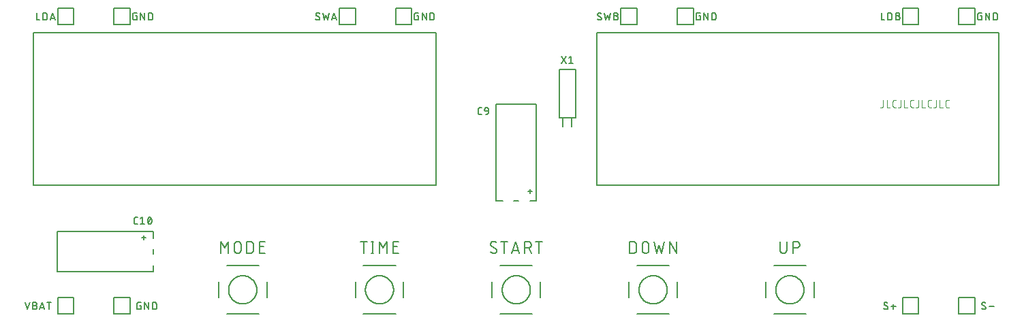
<source format=gbr>
G04 EAGLE Gerber RS-274X export*
G75*
%MOMM*%
%FSLAX34Y34*%
%LPD*%
%INSilkscreen Top*%
%IPPOS*%
%AMOC8*
5,1,8,0,0,1.08239X$1,22.5*%
G01*
%ADD10C,0.076200*%
%ADD11C,0.127000*%
%ADD12C,0.152400*%
%ADD13C,0.203200*%


D10*
X455814Y11049D02*
X455814Y3739D01*
X455812Y3650D01*
X455806Y3562D01*
X455797Y3474D01*
X455784Y3386D01*
X455767Y3299D01*
X455747Y3213D01*
X455722Y3128D01*
X455695Y3043D01*
X455663Y2960D01*
X455629Y2879D01*
X455590Y2799D01*
X455549Y2721D01*
X455504Y2644D01*
X455456Y2570D01*
X455405Y2497D01*
X455351Y2427D01*
X455293Y2360D01*
X455233Y2294D01*
X455171Y2232D01*
X455105Y2172D01*
X455038Y2114D01*
X454968Y2060D01*
X454895Y2009D01*
X454821Y1961D01*
X454744Y1916D01*
X454666Y1875D01*
X454586Y1836D01*
X454505Y1802D01*
X454422Y1770D01*
X454337Y1743D01*
X454252Y1718D01*
X454166Y1698D01*
X454079Y1681D01*
X453991Y1668D01*
X453903Y1659D01*
X453815Y1653D01*
X453726Y1651D01*
X452682Y1651D01*
X460328Y1651D02*
X460328Y11049D01*
X460328Y1651D02*
X464505Y1651D01*
X469993Y1651D02*
X472082Y1651D01*
X469993Y1651D02*
X469904Y1653D01*
X469816Y1659D01*
X469728Y1668D01*
X469640Y1681D01*
X469553Y1698D01*
X469467Y1718D01*
X469382Y1743D01*
X469297Y1770D01*
X469214Y1802D01*
X469133Y1836D01*
X469053Y1875D01*
X468975Y1916D01*
X468898Y1961D01*
X468824Y2009D01*
X468751Y2060D01*
X468681Y2114D01*
X468614Y2172D01*
X468548Y2232D01*
X468486Y2294D01*
X468426Y2360D01*
X468368Y2427D01*
X468314Y2497D01*
X468263Y2570D01*
X468215Y2644D01*
X468170Y2721D01*
X468129Y2799D01*
X468090Y2879D01*
X468056Y2960D01*
X468024Y3043D01*
X467997Y3128D01*
X467972Y3213D01*
X467952Y3299D01*
X467935Y3386D01*
X467922Y3474D01*
X467913Y3562D01*
X467907Y3650D01*
X467905Y3739D01*
X467905Y8961D01*
X467906Y8961D02*
X467908Y9052D01*
X467914Y9143D01*
X467924Y9234D01*
X467938Y9324D01*
X467955Y9413D01*
X467977Y9501D01*
X468003Y9589D01*
X468032Y9675D01*
X468065Y9760D01*
X468102Y9843D01*
X468142Y9925D01*
X468186Y10005D01*
X468233Y10083D01*
X468284Y10159D01*
X468337Y10232D01*
X468394Y10303D01*
X468455Y10372D01*
X468518Y10437D01*
X468583Y10500D01*
X468652Y10560D01*
X468723Y10618D01*
X468796Y10671D01*
X468872Y10722D01*
X468950Y10769D01*
X469030Y10813D01*
X469112Y10853D01*
X469195Y10890D01*
X469280Y10923D01*
X469366Y10952D01*
X469454Y10978D01*
X469542Y11000D01*
X469631Y11017D01*
X469721Y11031D01*
X469812Y11041D01*
X469903Y11047D01*
X469994Y11049D01*
X469993Y11049D02*
X472082Y11049D01*
X477760Y11049D02*
X477760Y3739D01*
X477759Y3739D02*
X477757Y3650D01*
X477751Y3562D01*
X477742Y3474D01*
X477729Y3386D01*
X477712Y3299D01*
X477692Y3213D01*
X477667Y3128D01*
X477640Y3043D01*
X477608Y2960D01*
X477574Y2879D01*
X477535Y2799D01*
X477494Y2721D01*
X477449Y2644D01*
X477401Y2570D01*
X477350Y2497D01*
X477296Y2427D01*
X477238Y2360D01*
X477178Y2294D01*
X477116Y2232D01*
X477050Y2172D01*
X476983Y2114D01*
X476913Y2060D01*
X476840Y2009D01*
X476766Y1961D01*
X476689Y1916D01*
X476611Y1875D01*
X476531Y1836D01*
X476450Y1802D01*
X476367Y1770D01*
X476282Y1743D01*
X476197Y1718D01*
X476111Y1698D01*
X476024Y1681D01*
X475936Y1668D01*
X475848Y1659D01*
X475760Y1653D01*
X475671Y1651D01*
X474627Y1651D01*
X482274Y1651D02*
X482274Y11049D01*
X482274Y1651D02*
X486451Y1651D01*
X491939Y1651D02*
X494027Y1651D01*
X491939Y1651D02*
X491850Y1653D01*
X491762Y1659D01*
X491674Y1668D01*
X491586Y1681D01*
X491499Y1698D01*
X491413Y1718D01*
X491328Y1743D01*
X491243Y1770D01*
X491160Y1802D01*
X491079Y1836D01*
X490999Y1875D01*
X490921Y1916D01*
X490844Y1961D01*
X490770Y2009D01*
X490697Y2060D01*
X490627Y2114D01*
X490560Y2172D01*
X490494Y2232D01*
X490432Y2294D01*
X490372Y2360D01*
X490314Y2427D01*
X490260Y2497D01*
X490209Y2570D01*
X490161Y2644D01*
X490116Y2721D01*
X490075Y2799D01*
X490036Y2879D01*
X490002Y2960D01*
X489970Y3043D01*
X489943Y3128D01*
X489918Y3213D01*
X489898Y3299D01*
X489881Y3386D01*
X489868Y3474D01*
X489859Y3562D01*
X489853Y3650D01*
X489851Y3739D01*
X489851Y8961D01*
X489853Y9052D01*
X489859Y9143D01*
X489869Y9234D01*
X489883Y9324D01*
X489900Y9413D01*
X489922Y9501D01*
X489948Y9589D01*
X489977Y9675D01*
X490010Y9760D01*
X490047Y9843D01*
X490087Y9925D01*
X490131Y10005D01*
X490178Y10083D01*
X490229Y10159D01*
X490282Y10232D01*
X490339Y10303D01*
X490400Y10372D01*
X490463Y10437D01*
X490528Y10500D01*
X490597Y10560D01*
X490668Y10618D01*
X490741Y10671D01*
X490817Y10722D01*
X490895Y10769D01*
X490975Y10813D01*
X491057Y10853D01*
X491140Y10890D01*
X491225Y10923D01*
X491311Y10952D01*
X491399Y10978D01*
X491487Y11000D01*
X491576Y11017D01*
X491666Y11031D01*
X491757Y11041D01*
X491848Y11047D01*
X491939Y11049D01*
X494027Y11049D01*
X499705Y11049D02*
X499705Y3739D01*
X499703Y3650D01*
X499697Y3562D01*
X499688Y3474D01*
X499675Y3386D01*
X499658Y3299D01*
X499638Y3213D01*
X499613Y3128D01*
X499586Y3043D01*
X499554Y2960D01*
X499520Y2879D01*
X499481Y2799D01*
X499440Y2721D01*
X499395Y2644D01*
X499347Y2570D01*
X499296Y2497D01*
X499242Y2427D01*
X499184Y2360D01*
X499124Y2294D01*
X499062Y2232D01*
X498996Y2172D01*
X498929Y2114D01*
X498859Y2060D01*
X498786Y2009D01*
X498712Y1961D01*
X498635Y1916D01*
X498557Y1875D01*
X498477Y1836D01*
X498396Y1802D01*
X498313Y1770D01*
X498228Y1743D01*
X498143Y1718D01*
X498057Y1698D01*
X497970Y1681D01*
X497882Y1668D01*
X497794Y1659D01*
X497706Y1653D01*
X497617Y1651D01*
X496573Y1651D01*
X504219Y1651D02*
X504219Y11049D01*
X504219Y1651D02*
X508396Y1651D01*
X513884Y1651D02*
X515973Y1651D01*
X513884Y1651D02*
X513795Y1653D01*
X513707Y1659D01*
X513619Y1668D01*
X513531Y1681D01*
X513444Y1698D01*
X513358Y1718D01*
X513273Y1743D01*
X513188Y1770D01*
X513105Y1802D01*
X513024Y1836D01*
X512944Y1875D01*
X512866Y1916D01*
X512789Y1961D01*
X512715Y2009D01*
X512642Y2060D01*
X512572Y2114D01*
X512505Y2172D01*
X512439Y2232D01*
X512377Y2294D01*
X512317Y2360D01*
X512259Y2427D01*
X512205Y2497D01*
X512154Y2570D01*
X512106Y2644D01*
X512061Y2721D01*
X512020Y2799D01*
X511981Y2879D01*
X511947Y2960D01*
X511915Y3043D01*
X511888Y3128D01*
X511863Y3213D01*
X511843Y3299D01*
X511826Y3386D01*
X511813Y3474D01*
X511804Y3562D01*
X511798Y3650D01*
X511796Y3739D01*
X511796Y8961D01*
X511798Y9052D01*
X511804Y9143D01*
X511814Y9234D01*
X511828Y9324D01*
X511845Y9413D01*
X511867Y9501D01*
X511893Y9589D01*
X511922Y9675D01*
X511955Y9760D01*
X511992Y9843D01*
X512032Y9925D01*
X512076Y10005D01*
X512123Y10083D01*
X512174Y10159D01*
X512227Y10232D01*
X512284Y10303D01*
X512345Y10372D01*
X512408Y10437D01*
X512473Y10500D01*
X512542Y10560D01*
X512613Y10618D01*
X512686Y10671D01*
X512762Y10722D01*
X512840Y10769D01*
X512920Y10813D01*
X513002Y10853D01*
X513085Y10890D01*
X513170Y10923D01*
X513256Y10952D01*
X513344Y10978D01*
X513432Y11000D01*
X513521Y11017D01*
X513611Y11031D01*
X513702Y11041D01*
X513793Y11047D01*
X513884Y11049D01*
X515973Y11049D01*
X521651Y11049D02*
X521651Y3739D01*
X521650Y3739D02*
X521648Y3650D01*
X521642Y3562D01*
X521633Y3474D01*
X521620Y3386D01*
X521603Y3299D01*
X521583Y3213D01*
X521558Y3128D01*
X521531Y3043D01*
X521499Y2960D01*
X521465Y2879D01*
X521426Y2799D01*
X521385Y2721D01*
X521340Y2644D01*
X521292Y2570D01*
X521241Y2497D01*
X521187Y2427D01*
X521129Y2360D01*
X521069Y2294D01*
X521007Y2232D01*
X520941Y2172D01*
X520874Y2114D01*
X520804Y2060D01*
X520731Y2009D01*
X520657Y1961D01*
X520580Y1916D01*
X520502Y1875D01*
X520422Y1836D01*
X520341Y1802D01*
X520258Y1770D01*
X520173Y1743D01*
X520088Y1718D01*
X520002Y1698D01*
X519915Y1681D01*
X519827Y1668D01*
X519739Y1659D01*
X519651Y1653D01*
X519562Y1651D01*
X518518Y1651D01*
X526165Y1651D02*
X526165Y11049D01*
X526165Y1651D02*
X530342Y1651D01*
X535830Y1651D02*
X537918Y1651D01*
X535830Y1651D02*
X535741Y1653D01*
X535653Y1659D01*
X535565Y1668D01*
X535477Y1681D01*
X535390Y1698D01*
X535304Y1718D01*
X535219Y1743D01*
X535134Y1770D01*
X535051Y1802D01*
X534970Y1836D01*
X534890Y1875D01*
X534812Y1916D01*
X534735Y1961D01*
X534661Y2009D01*
X534588Y2060D01*
X534518Y2114D01*
X534451Y2172D01*
X534385Y2232D01*
X534323Y2294D01*
X534263Y2360D01*
X534205Y2427D01*
X534151Y2497D01*
X534100Y2570D01*
X534052Y2644D01*
X534007Y2721D01*
X533966Y2799D01*
X533927Y2879D01*
X533893Y2960D01*
X533861Y3043D01*
X533834Y3128D01*
X533809Y3213D01*
X533789Y3299D01*
X533772Y3386D01*
X533759Y3474D01*
X533750Y3562D01*
X533744Y3650D01*
X533742Y3739D01*
X533741Y3739D02*
X533741Y8961D01*
X533742Y8961D02*
X533744Y9052D01*
X533750Y9143D01*
X533760Y9234D01*
X533774Y9324D01*
X533791Y9413D01*
X533813Y9501D01*
X533839Y9589D01*
X533868Y9675D01*
X533901Y9760D01*
X533938Y9843D01*
X533978Y9925D01*
X534022Y10005D01*
X534069Y10083D01*
X534120Y10159D01*
X534173Y10232D01*
X534230Y10303D01*
X534291Y10372D01*
X534354Y10437D01*
X534419Y10500D01*
X534488Y10560D01*
X534559Y10618D01*
X534632Y10671D01*
X534708Y10722D01*
X534786Y10769D01*
X534866Y10813D01*
X534948Y10853D01*
X535031Y10890D01*
X535116Y10923D01*
X535202Y10952D01*
X535290Y10978D01*
X535378Y11000D01*
X535467Y11017D01*
X535557Y11031D01*
X535648Y11041D01*
X535739Y11047D01*
X535830Y11049D01*
X537918Y11049D01*
D11*
X-100000Y95000D02*
X-100000Y-95000D01*
X-100000Y95000D02*
X-600000Y95000D01*
X-600000Y-95000D01*
X-100000Y-95000D01*
X600000Y-95000D02*
X600000Y95000D01*
X100000Y95000D01*
X100000Y-95000D01*
X600000Y-95000D01*
D12*
X-357500Y-225000D02*
X-357495Y-224571D01*
X-357479Y-224141D01*
X-357453Y-223713D01*
X-357416Y-223285D01*
X-357368Y-222858D01*
X-357311Y-222432D01*
X-357242Y-222008D01*
X-357164Y-221586D01*
X-357075Y-221166D01*
X-356976Y-220748D01*
X-356866Y-220333D01*
X-356746Y-219920D01*
X-356617Y-219511D01*
X-356477Y-219104D01*
X-356327Y-218702D01*
X-356168Y-218303D01*
X-355999Y-217908D01*
X-355820Y-217518D01*
X-355631Y-217132D01*
X-355434Y-216751D01*
X-355227Y-216374D01*
X-355010Y-216003D01*
X-354785Y-215638D01*
X-354551Y-215278D01*
X-354308Y-214923D01*
X-354056Y-214575D01*
X-353796Y-214233D01*
X-353528Y-213898D01*
X-353251Y-213569D01*
X-352967Y-213248D01*
X-352674Y-212933D01*
X-352374Y-212626D01*
X-352067Y-212326D01*
X-351752Y-212033D01*
X-351431Y-211749D01*
X-351102Y-211472D01*
X-350767Y-211204D01*
X-350425Y-210944D01*
X-350077Y-210692D01*
X-349722Y-210449D01*
X-349362Y-210215D01*
X-348997Y-209990D01*
X-348626Y-209773D01*
X-348249Y-209566D01*
X-347868Y-209369D01*
X-347482Y-209180D01*
X-347092Y-209001D01*
X-346697Y-208832D01*
X-346298Y-208673D01*
X-345896Y-208523D01*
X-345489Y-208383D01*
X-345080Y-208254D01*
X-344667Y-208134D01*
X-344252Y-208024D01*
X-343834Y-207925D01*
X-343414Y-207836D01*
X-342992Y-207758D01*
X-342568Y-207689D01*
X-342142Y-207632D01*
X-341715Y-207584D01*
X-341287Y-207547D01*
X-340859Y-207521D01*
X-340429Y-207505D01*
X-340000Y-207500D01*
X-339571Y-207505D01*
X-339141Y-207521D01*
X-338713Y-207547D01*
X-338285Y-207584D01*
X-337858Y-207632D01*
X-337432Y-207689D01*
X-337008Y-207758D01*
X-336586Y-207836D01*
X-336166Y-207925D01*
X-335748Y-208024D01*
X-335333Y-208134D01*
X-334920Y-208254D01*
X-334511Y-208383D01*
X-334104Y-208523D01*
X-333702Y-208673D01*
X-333303Y-208832D01*
X-332908Y-209001D01*
X-332518Y-209180D01*
X-332132Y-209369D01*
X-331751Y-209566D01*
X-331374Y-209773D01*
X-331003Y-209990D01*
X-330638Y-210215D01*
X-330278Y-210449D01*
X-329923Y-210692D01*
X-329575Y-210944D01*
X-329233Y-211204D01*
X-328898Y-211472D01*
X-328569Y-211749D01*
X-328248Y-212033D01*
X-327933Y-212326D01*
X-327626Y-212626D01*
X-327326Y-212933D01*
X-327033Y-213248D01*
X-326749Y-213569D01*
X-326472Y-213898D01*
X-326204Y-214233D01*
X-325944Y-214575D01*
X-325692Y-214923D01*
X-325449Y-215278D01*
X-325215Y-215638D01*
X-324990Y-216003D01*
X-324773Y-216374D01*
X-324566Y-216751D01*
X-324369Y-217132D01*
X-324180Y-217518D01*
X-324001Y-217908D01*
X-323832Y-218303D01*
X-323673Y-218702D01*
X-323523Y-219104D01*
X-323383Y-219511D01*
X-323254Y-219920D01*
X-323134Y-220333D01*
X-323024Y-220748D01*
X-322925Y-221166D01*
X-322836Y-221586D01*
X-322758Y-222008D01*
X-322689Y-222432D01*
X-322632Y-222858D01*
X-322584Y-223285D01*
X-322547Y-223713D01*
X-322521Y-224141D01*
X-322505Y-224571D01*
X-322500Y-225000D01*
X-322505Y-225429D01*
X-322521Y-225859D01*
X-322547Y-226287D01*
X-322584Y-226715D01*
X-322632Y-227142D01*
X-322689Y-227568D01*
X-322758Y-227992D01*
X-322836Y-228414D01*
X-322925Y-228834D01*
X-323024Y-229252D01*
X-323134Y-229667D01*
X-323254Y-230080D01*
X-323383Y-230489D01*
X-323523Y-230896D01*
X-323673Y-231298D01*
X-323832Y-231697D01*
X-324001Y-232092D01*
X-324180Y-232482D01*
X-324369Y-232868D01*
X-324566Y-233249D01*
X-324773Y-233626D01*
X-324990Y-233997D01*
X-325215Y-234362D01*
X-325449Y-234722D01*
X-325692Y-235077D01*
X-325944Y-235425D01*
X-326204Y-235767D01*
X-326472Y-236102D01*
X-326749Y-236431D01*
X-327033Y-236752D01*
X-327326Y-237067D01*
X-327626Y-237374D01*
X-327933Y-237674D01*
X-328248Y-237967D01*
X-328569Y-238251D01*
X-328898Y-238528D01*
X-329233Y-238796D01*
X-329575Y-239056D01*
X-329923Y-239308D01*
X-330278Y-239551D01*
X-330638Y-239785D01*
X-331003Y-240010D01*
X-331374Y-240227D01*
X-331751Y-240434D01*
X-332132Y-240631D01*
X-332518Y-240820D01*
X-332908Y-240999D01*
X-333303Y-241168D01*
X-333702Y-241327D01*
X-334104Y-241477D01*
X-334511Y-241617D01*
X-334920Y-241746D01*
X-335333Y-241866D01*
X-335748Y-241976D01*
X-336166Y-242075D01*
X-336586Y-242164D01*
X-337008Y-242242D01*
X-337432Y-242311D01*
X-337858Y-242368D01*
X-338285Y-242416D01*
X-338713Y-242453D01*
X-339141Y-242479D01*
X-339571Y-242495D01*
X-340000Y-242500D01*
X-340429Y-242495D01*
X-340859Y-242479D01*
X-341287Y-242453D01*
X-341715Y-242416D01*
X-342142Y-242368D01*
X-342568Y-242311D01*
X-342992Y-242242D01*
X-343414Y-242164D01*
X-343834Y-242075D01*
X-344252Y-241976D01*
X-344667Y-241866D01*
X-345080Y-241746D01*
X-345489Y-241617D01*
X-345896Y-241477D01*
X-346298Y-241327D01*
X-346697Y-241168D01*
X-347092Y-240999D01*
X-347482Y-240820D01*
X-347868Y-240631D01*
X-348249Y-240434D01*
X-348626Y-240227D01*
X-348997Y-240010D01*
X-349362Y-239785D01*
X-349722Y-239551D01*
X-350077Y-239308D01*
X-350425Y-239056D01*
X-350767Y-238796D01*
X-351102Y-238528D01*
X-351431Y-238251D01*
X-351752Y-237967D01*
X-352067Y-237674D01*
X-352374Y-237374D01*
X-352674Y-237067D01*
X-352967Y-236752D01*
X-353251Y-236431D01*
X-353528Y-236102D01*
X-353796Y-235767D01*
X-354056Y-235425D01*
X-354308Y-235077D01*
X-354551Y-234722D01*
X-354785Y-234362D01*
X-355010Y-233997D01*
X-355227Y-233626D01*
X-355434Y-233249D01*
X-355631Y-232868D01*
X-355820Y-232482D01*
X-355999Y-232092D01*
X-356168Y-231697D01*
X-356327Y-231298D01*
X-356477Y-230896D01*
X-356617Y-230489D01*
X-356746Y-230080D01*
X-356866Y-229667D01*
X-356976Y-229252D01*
X-357075Y-228834D01*
X-357164Y-228414D01*
X-357242Y-227992D01*
X-357311Y-227568D01*
X-357368Y-227142D01*
X-357416Y-226715D01*
X-357453Y-226287D01*
X-357479Y-225859D01*
X-357495Y-225429D01*
X-357500Y-225000D01*
D11*
X-360000Y-195000D02*
X-320000Y-195000D01*
X-310000Y-215000D02*
X-310000Y-235000D01*
X-320000Y-255000D02*
X-360000Y-255000D01*
X-370000Y-235000D02*
X-370000Y-215000D01*
D13*
X-367486Y-179614D02*
X-367486Y-164882D01*
X-362576Y-173066D01*
X-357665Y-164882D01*
X-357665Y-179614D01*
X-350315Y-175522D02*
X-350315Y-168974D01*
X-350313Y-168847D01*
X-350307Y-168720D01*
X-350297Y-168593D01*
X-350283Y-168466D01*
X-350266Y-168340D01*
X-350244Y-168215D01*
X-350218Y-168090D01*
X-350189Y-167966D01*
X-350156Y-167843D01*
X-350119Y-167722D01*
X-350078Y-167601D01*
X-350033Y-167482D01*
X-349985Y-167364D01*
X-349933Y-167248D01*
X-349878Y-167133D01*
X-349819Y-167021D01*
X-349756Y-166910D01*
X-349690Y-166801D01*
X-349621Y-166694D01*
X-349548Y-166589D01*
X-349473Y-166487D01*
X-349394Y-166387D01*
X-349312Y-166290D01*
X-349227Y-166195D01*
X-349139Y-166103D01*
X-349048Y-166014D01*
X-348955Y-165927D01*
X-348859Y-165844D01*
X-348760Y-165763D01*
X-348659Y-165686D01*
X-348556Y-165612D01*
X-348450Y-165541D01*
X-348342Y-165473D01*
X-348232Y-165409D01*
X-348120Y-165348D01*
X-348007Y-165291D01*
X-347891Y-165237D01*
X-347774Y-165187D01*
X-347656Y-165141D01*
X-347536Y-165098D01*
X-347415Y-165059D01*
X-347292Y-165024D01*
X-347169Y-164993D01*
X-347045Y-164965D01*
X-346920Y-164942D01*
X-346794Y-164922D01*
X-346668Y-164906D01*
X-346541Y-164894D01*
X-346414Y-164886D01*
X-346287Y-164882D01*
X-346159Y-164882D01*
X-346032Y-164886D01*
X-345905Y-164894D01*
X-345778Y-164906D01*
X-345652Y-164922D01*
X-345526Y-164942D01*
X-345401Y-164965D01*
X-345277Y-164993D01*
X-345154Y-165024D01*
X-345031Y-165059D01*
X-344910Y-165098D01*
X-344790Y-165141D01*
X-344672Y-165187D01*
X-344555Y-165237D01*
X-344439Y-165291D01*
X-344326Y-165348D01*
X-344214Y-165409D01*
X-344104Y-165473D01*
X-343996Y-165541D01*
X-343890Y-165612D01*
X-343787Y-165686D01*
X-343686Y-165763D01*
X-343587Y-165844D01*
X-343491Y-165927D01*
X-343398Y-166014D01*
X-343307Y-166103D01*
X-343219Y-166195D01*
X-343134Y-166290D01*
X-343052Y-166387D01*
X-342973Y-166487D01*
X-342898Y-166589D01*
X-342825Y-166694D01*
X-342756Y-166801D01*
X-342690Y-166910D01*
X-342627Y-167021D01*
X-342568Y-167133D01*
X-342513Y-167248D01*
X-342461Y-167364D01*
X-342413Y-167482D01*
X-342368Y-167601D01*
X-342327Y-167722D01*
X-342290Y-167843D01*
X-342257Y-167966D01*
X-342228Y-168090D01*
X-342202Y-168215D01*
X-342180Y-168340D01*
X-342163Y-168466D01*
X-342149Y-168593D01*
X-342139Y-168720D01*
X-342133Y-168847D01*
X-342131Y-168974D01*
X-342131Y-175522D01*
X-342133Y-175649D01*
X-342139Y-175776D01*
X-342149Y-175903D01*
X-342163Y-176030D01*
X-342180Y-176156D01*
X-342202Y-176281D01*
X-342228Y-176406D01*
X-342257Y-176530D01*
X-342290Y-176653D01*
X-342327Y-176774D01*
X-342368Y-176895D01*
X-342413Y-177014D01*
X-342461Y-177132D01*
X-342513Y-177248D01*
X-342568Y-177363D01*
X-342627Y-177475D01*
X-342690Y-177586D01*
X-342756Y-177695D01*
X-342825Y-177802D01*
X-342898Y-177907D01*
X-342973Y-178009D01*
X-343052Y-178109D01*
X-343134Y-178206D01*
X-343219Y-178301D01*
X-343307Y-178393D01*
X-343398Y-178482D01*
X-343491Y-178569D01*
X-343587Y-178652D01*
X-343686Y-178733D01*
X-343787Y-178810D01*
X-343890Y-178884D01*
X-343996Y-178955D01*
X-344104Y-179023D01*
X-344214Y-179087D01*
X-344326Y-179148D01*
X-344439Y-179205D01*
X-344555Y-179259D01*
X-344672Y-179309D01*
X-344790Y-179355D01*
X-344910Y-179398D01*
X-345031Y-179437D01*
X-345154Y-179472D01*
X-345277Y-179503D01*
X-345401Y-179531D01*
X-345526Y-179554D01*
X-345652Y-179574D01*
X-345778Y-179590D01*
X-345905Y-179602D01*
X-346032Y-179610D01*
X-346159Y-179614D01*
X-346287Y-179614D01*
X-346414Y-179610D01*
X-346541Y-179602D01*
X-346668Y-179590D01*
X-346794Y-179574D01*
X-346920Y-179554D01*
X-347045Y-179531D01*
X-347169Y-179503D01*
X-347292Y-179472D01*
X-347415Y-179437D01*
X-347536Y-179398D01*
X-347656Y-179355D01*
X-347774Y-179309D01*
X-347891Y-179259D01*
X-348007Y-179205D01*
X-348120Y-179148D01*
X-348232Y-179087D01*
X-348342Y-179023D01*
X-348450Y-178955D01*
X-348556Y-178884D01*
X-348659Y-178810D01*
X-348760Y-178733D01*
X-348859Y-178652D01*
X-348955Y-178569D01*
X-349048Y-178482D01*
X-349139Y-178393D01*
X-349227Y-178301D01*
X-349312Y-178206D01*
X-349394Y-178109D01*
X-349473Y-178009D01*
X-349548Y-177907D01*
X-349621Y-177802D01*
X-349690Y-177695D01*
X-349756Y-177586D01*
X-349819Y-177475D01*
X-349878Y-177363D01*
X-349933Y-177248D01*
X-349985Y-177132D01*
X-350033Y-177014D01*
X-350078Y-176895D01*
X-350119Y-176774D01*
X-350156Y-176653D01*
X-350189Y-176530D01*
X-350218Y-176406D01*
X-350244Y-176281D01*
X-350266Y-176156D01*
X-350283Y-176030D01*
X-350297Y-175903D01*
X-350307Y-175776D01*
X-350313Y-175649D01*
X-350315Y-175522D01*
X-334954Y-179614D02*
X-334954Y-164882D01*
X-330862Y-164882D01*
X-330736Y-164884D01*
X-330610Y-164890D01*
X-330484Y-164899D01*
X-330359Y-164913D01*
X-330234Y-164930D01*
X-330110Y-164952D01*
X-329987Y-164977D01*
X-329864Y-165006D01*
X-329742Y-165038D01*
X-329621Y-165075D01*
X-329502Y-165115D01*
X-329384Y-165158D01*
X-329267Y-165206D01*
X-329152Y-165257D01*
X-329038Y-165311D01*
X-328926Y-165369D01*
X-328816Y-165430D01*
X-328708Y-165495D01*
X-328602Y-165563D01*
X-328498Y-165634D01*
X-328396Y-165709D01*
X-328297Y-165786D01*
X-328200Y-165867D01*
X-328105Y-165950D01*
X-328013Y-166036D01*
X-327924Y-166125D01*
X-327838Y-166217D01*
X-327755Y-166312D01*
X-327674Y-166409D01*
X-327597Y-166508D01*
X-327522Y-166610D01*
X-327451Y-166714D01*
X-327383Y-166820D01*
X-327318Y-166928D01*
X-327257Y-167038D01*
X-327199Y-167150D01*
X-327145Y-167264D01*
X-327094Y-167379D01*
X-327046Y-167496D01*
X-327003Y-167614D01*
X-326963Y-167733D01*
X-326926Y-167854D01*
X-326894Y-167976D01*
X-326865Y-168099D01*
X-326840Y-168222D01*
X-326818Y-168346D01*
X-326801Y-168471D01*
X-326787Y-168596D01*
X-326778Y-168722D01*
X-326772Y-168848D01*
X-326770Y-168974D01*
X-326770Y-175522D01*
X-326772Y-175648D01*
X-326778Y-175774D01*
X-326787Y-175900D01*
X-326801Y-176025D01*
X-326818Y-176150D01*
X-326840Y-176274D01*
X-326865Y-176397D01*
X-326894Y-176520D01*
X-326926Y-176642D01*
X-326963Y-176763D01*
X-327003Y-176882D01*
X-327046Y-177000D01*
X-327094Y-177117D01*
X-327145Y-177232D01*
X-327199Y-177346D01*
X-327257Y-177458D01*
X-327318Y-177568D01*
X-327383Y-177676D01*
X-327451Y-177782D01*
X-327522Y-177886D01*
X-327597Y-177988D01*
X-327674Y-178087D01*
X-327755Y-178184D01*
X-327838Y-178279D01*
X-327924Y-178371D01*
X-328013Y-178460D01*
X-328105Y-178546D01*
X-328200Y-178629D01*
X-328297Y-178710D01*
X-328396Y-178787D01*
X-328498Y-178862D01*
X-328602Y-178933D01*
X-328708Y-179001D01*
X-328816Y-179066D01*
X-328926Y-179127D01*
X-329038Y-179185D01*
X-329152Y-179239D01*
X-329267Y-179290D01*
X-329384Y-179338D01*
X-329502Y-179381D01*
X-329622Y-179421D01*
X-329742Y-179458D01*
X-329864Y-179490D01*
X-329987Y-179519D01*
X-330110Y-179544D01*
X-330234Y-179566D01*
X-330359Y-179583D01*
X-330484Y-179597D01*
X-330610Y-179606D01*
X-330736Y-179612D01*
X-330862Y-179614D01*
X-334954Y-179614D01*
X-319061Y-179614D02*
X-312514Y-179614D01*
X-319061Y-179614D02*
X-319061Y-164882D01*
X-312514Y-164882D01*
X-314151Y-171430D02*
X-319061Y-171430D01*
D12*
X-187500Y-225000D02*
X-187495Y-224571D01*
X-187479Y-224141D01*
X-187453Y-223713D01*
X-187416Y-223285D01*
X-187368Y-222858D01*
X-187311Y-222432D01*
X-187242Y-222008D01*
X-187164Y-221586D01*
X-187075Y-221166D01*
X-186976Y-220748D01*
X-186866Y-220333D01*
X-186746Y-219920D01*
X-186617Y-219511D01*
X-186477Y-219104D01*
X-186327Y-218702D01*
X-186168Y-218303D01*
X-185999Y-217908D01*
X-185820Y-217518D01*
X-185631Y-217132D01*
X-185434Y-216751D01*
X-185227Y-216374D01*
X-185010Y-216003D01*
X-184785Y-215638D01*
X-184551Y-215278D01*
X-184308Y-214923D01*
X-184056Y-214575D01*
X-183796Y-214233D01*
X-183528Y-213898D01*
X-183251Y-213569D01*
X-182967Y-213248D01*
X-182674Y-212933D01*
X-182374Y-212626D01*
X-182067Y-212326D01*
X-181752Y-212033D01*
X-181431Y-211749D01*
X-181102Y-211472D01*
X-180767Y-211204D01*
X-180425Y-210944D01*
X-180077Y-210692D01*
X-179722Y-210449D01*
X-179362Y-210215D01*
X-178997Y-209990D01*
X-178626Y-209773D01*
X-178249Y-209566D01*
X-177868Y-209369D01*
X-177482Y-209180D01*
X-177092Y-209001D01*
X-176697Y-208832D01*
X-176298Y-208673D01*
X-175896Y-208523D01*
X-175489Y-208383D01*
X-175080Y-208254D01*
X-174667Y-208134D01*
X-174252Y-208024D01*
X-173834Y-207925D01*
X-173414Y-207836D01*
X-172992Y-207758D01*
X-172568Y-207689D01*
X-172142Y-207632D01*
X-171715Y-207584D01*
X-171287Y-207547D01*
X-170859Y-207521D01*
X-170429Y-207505D01*
X-170000Y-207500D01*
X-169571Y-207505D01*
X-169141Y-207521D01*
X-168713Y-207547D01*
X-168285Y-207584D01*
X-167858Y-207632D01*
X-167432Y-207689D01*
X-167008Y-207758D01*
X-166586Y-207836D01*
X-166166Y-207925D01*
X-165748Y-208024D01*
X-165333Y-208134D01*
X-164920Y-208254D01*
X-164511Y-208383D01*
X-164104Y-208523D01*
X-163702Y-208673D01*
X-163303Y-208832D01*
X-162908Y-209001D01*
X-162518Y-209180D01*
X-162132Y-209369D01*
X-161751Y-209566D01*
X-161374Y-209773D01*
X-161003Y-209990D01*
X-160638Y-210215D01*
X-160278Y-210449D01*
X-159923Y-210692D01*
X-159575Y-210944D01*
X-159233Y-211204D01*
X-158898Y-211472D01*
X-158569Y-211749D01*
X-158248Y-212033D01*
X-157933Y-212326D01*
X-157626Y-212626D01*
X-157326Y-212933D01*
X-157033Y-213248D01*
X-156749Y-213569D01*
X-156472Y-213898D01*
X-156204Y-214233D01*
X-155944Y-214575D01*
X-155692Y-214923D01*
X-155449Y-215278D01*
X-155215Y-215638D01*
X-154990Y-216003D01*
X-154773Y-216374D01*
X-154566Y-216751D01*
X-154369Y-217132D01*
X-154180Y-217518D01*
X-154001Y-217908D01*
X-153832Y-218303D01*
X-153673Y-218702D01*
X-153523Y-219104D01*
X-153383Y-219511D01*
X-153254Y-219920D01*
X-153134Y-220333D01*
X-153024Y-220748D01*
X-152925Y-221166D01*
X-152836Y-221586D01*
X-152758Y-222008D01*
X-152689Y-222432D01*
X-152632Y-222858D01*
X-152584Y-223285D01*
X-152547Y-223713D01*
X-152521Y-224141D01*
X-152505Y-224571D01*
X-152500Y-225000D01*
X-152505Y-225429D01*
X-152521Y-225859D01*
X-152547Y-226287D01*
X-152584Y-226715D01*
X-152632Y-227142D01*
X-152689Y-227568D01*
X-152758Y-227992D01*
X-152836Y-228414D01*
X-152925Y-228834D01*
X-153024Y-229252D01*
X-153134Y-229667D01*
X-153254Y-230080D01*
X-153383Y-230489D01*
X-153523Y-230896D01*
X-153673Y-231298D01*
X-153832Y-231697D01*
X-154001Y-232092D01*
X-154180Y-232482D01*
X-154369Y-232868D01*
X-154566Y-233249D01*
X-154773Y-233626D01*
X-154990Y-233997D01*
X-155215Y-234362D01*
X-155449Y-234722D01*
X-155692Y-235077D01*
X-155944Y-235425D01*
X-156204Y-235767D01*
X-156472Y-236102D01*
X-156749Y-236431D01*
X-157033Y-236752D01*
X-157326Y-237067D01*
X-157626Y-237374D01*
X-157933Y-237674D01*
X-158248Y-237967D01*
X-158569Y-238251D01*
X-158898Y-238528D01*
X-159233Y-238796D01*
X-159575Y-239056D01*
X-159923Y-239308D01*
X-160278Y-239551D01*
X-160638Y-239785D01*
X-161003Y-240010D01*
X-161374Y-240227D01*
X-161751Y-240434D01*
X-162132Y-240631D01*
X-162518Y-240820D01*
X-162908Y-240999D01*
X-163303Y-241168D01*
X-163702Y-241327D01*
X-164104Y-241477D01*
X-164511Y-241617D01*
X-164920Y-241746D01*
X-165333Y-241866D01*
X-165748Y-241976D01*
X-166166Y-242075D01*
X-166586Y-242164D01*
X-167008Y-242242D01*
X-167432Y-242311D01*
X-167858Y-242368D01*
X-168285Y-242416D01*
X-168713Y-242453D01*
X-169141Y-242479D01*
X-169571Y-242495D01*
X-170000Y-242500D01*
X-170429Y-242495D01*
X-170859Y-242479D01*
X-171287Y-242453D01*
X-171715Y-242416D01*
X-172142Y-242368D01*
X-172568Y-242311D01*
X-172992Y-242242D01*
X-173414Y-242164D01*
X-173834Y-242075D01*
X-174252Y-241976D01*
X-174667Y-241866D01*
X-175080Y-241746D01*
X-175489Y-241617D01*
X-175896Y-241477D01*
X-176298Y-241327D01*
X-176697Y-241168D01*
X-177092Y-240999D01*
X-177482Y-240820D01*
X-177868Y-240631D01*
X-178249Y-240434D01*
X-178626Y-240227D01*
X-178997Y-240010D01*
X-179362Y-239785D01*
X-179722Y-239551D01*
X-180077Y-239308D01*
X-180425Y-239056D01*
X-180767Y-238796D01*
X-181102Y-238528D01*
X-181431Y-238251D01*
X-181752Y-237967D01*
X-182067Y-237674D01*
X-182374Y-237374D01*
X-182674Y-237067D01*
X-182967Y-236752D01*
X-183251Y-236431D01*
X-183528Y-236102D01*
X-183796Y-235767D01*
X-184056Y-235425D01*
X-184308Y-235077D01*
X-184551Y-234722D01*
X-184785Y-234362D01*
X-185010Y-233997D01*
X-185227Y-233626D01*
X-185434Y-233249D01*
X-185631Y-232868D01*
X-185820Y-232482D01*
X-185999Y-232092D01*
X-186168Y-231697D01*
X-186327Y-231298D01*
X-186477Y-230896D01*
X-186617Y-230489D01*
X-186746Y-230080D01*
X-186866Y-229667D01*
X-186976Y-229252D01*
X-187075Y-228834D01*
X-187164Y-228414D01*
X-187242Y-227992D01*
X-187311Y-227568D01*
X-187368Y-227142D01*
X-187416Y-226715D01*
X-187453Y-226287D01*
X-187479Y-225859D01*
X-187495Y-225429D01*
X-187500Y-225000D01*
D11*
X-190000Y-195000D02*
X-150000Y-195000D01*
X-140000Y-215000D02*
X-140000Y-235000D01*
X-150000Y-255000D02*
X-190000Y-255000D01*
X-200000Y-235000D02*
X-200000Y-215000D01*
D13*
X-189764Y-179614D02*
X-189764Y-164882D01*
X-193856Y-164882D02*
X-185672Y-164882D01*
X-178862Y-164882D02*
X-178862Y-179614D01*
X-180499Y-179614D02*
X-177225Y-179614D01*
X-177225Y-164882D02*
X-180499Y-164882D01*
X-170394Y-164882D02*
X-170394Y-179614D01*
X-165483Y-173066D02*
X-170394Y-164882D01*
X-165483Y-173066D02*
X-160573Y-164882D01*
X-160573Y-179614D01*
X-152691Y-179614D02*
X-146144Y-179614D01*
X-152691Y-179614D02*
X-152691Y-164882D01*
X-146144Y-164882D01*
X-147781Y-171430D02*
X-152691Y-171430D01*
D12*
X-17500Y-225000D02*
X-17495Y-224571D01*
X-17479Y-224141D01*
X-17453Y-223713D01*
X-17416Y-223285D01*
X-17368Y-222858D01*
X-17311Y-222432D01*
X-17242Y-222008D01*
X-17164Y-221586D01*
X-17075Y-221166D01*
X-16976Y-220748D01*
X-16866Y-220333D01*
X-16746Y-219920D01*
X-16617Y-219511D01*
X-16477Y-219104D01*
X-16327Y-218702D01*
X-16168Y-218303D01*
X-15999Y-217908D01*
X-15820Y-217518D01*
X-15631Y-217132D01*
X-15434Y-216751D01*
X-15227Y-216374D01*
X-15010Y-216003D01*
X-14785Y-215638D01*
X-14551Y-215278D01*
X-14308Y-214923D01*
X-14056Y-214575D01*
X-13796Y-214233D01*
X-13528Y-213898D01*
X-13251Y-213569D01*
X-12967Y-213248D01*
X-12674Y-212933D01*
X-12374Y-212626D01*
X-12067Y-212326D01*
X-11752Y-212033D01*
X-11431Y-211749D01*
X-11102Y-211472D01*
X-10767Y-211204D01*
X-10425Y-210944D01*
X-10077Y-210692D01*
X-9722Y-210449D01*
X-9362Y-210215D01*
X-8997Y-209990D01*
X-8626Y-209773D01*
X-8249Y-209566D01*
X-7868Y-209369D01*
X-7482Y-209180D01*
X-7092Y-209001D01*
X-6697Y-208832D01*
X-6298Y-208673D01*
X-5896Y-208523D01*
X-5489Y-208383D01*
X-5080Y-208254D01*
X-4667Y-208134D01*
X-4252Y-208024D01*
X-3834Y-207925D01*
X-3414Y-207836D01*
X-2992Y-207758D01*
X-2568Y-207689D01*
X-2142Y-207632D01*
X-1715Y-207584D01*
X-1287Y-207547D01*
X-859Y-207521D01*
X-429Y-207505D01*
X0Y-207500D01*
X429Y-207505D01*
X859Y-207521D01*
X1287Y-207547D01*
X1715Y-207584D01*
X2142Y-207632D01*
X2568Y-207689D01*
X2992Y-207758D01*
X3414Y-207836D01*
X3834Y-207925D01*
X4252Y-208024D01*
X4667Y-208134D01*
X5080Y-208254D01*
X5489Y-208383D01*
X5896Y-208523D01*
X6298Y-208673D01*
X6697Y-208832D01*
X7092Y-209001D01*
X7482Y-209180D01*
X7868Y-209369D01*
X8249Y-209566D01*
X8626Y-209773D01*
X8997Y-209990D01*
X9362Y-210215D01*
X9722Y-210449D01*
X10077Y-210692D01*
X10425Y-210944D01*
X10767Y-211204D01*
X11102Y-211472D01*
X11431Y-211749D01*
X11752Y-212033D01*
X12067Y-212326D01*
X12374Y-212626D01*
X12674Y-212933D01*
X12967Y-213248D01*
X13251Y-213569D01*
X13528Y-213898D01*
X13796Y-214233D01*
X14056Y-214575D01*
X14308Y-214923D01*
X14551Y-215278D01*
X14785Y-215638D01*
X15010Y-216003D01*
X15227Y-216374D01*
X15434Y-216751D01*
X15631Y-217132D01*
X15820Y-217518D01*
X15999Y-217908D01*
X16168Y-218303D01*
X16327Y-218702D01*
X16477Y-219104D01*
X16617Y-219511D01*
X16746Y-219920D01*
X16866Y-220333D01*
X16976Y-220748D01*
X17075Y-221166D01*
X17164Y-221586D01*
X17242Y-222008D01*
X17311Y-222432D01*
X17368Y-222858D01*
X17416Y-223285D01*
X17453Y-223713D01*
X17479Y-224141D01*
X17495Y-224571D01*
X17500Y-225000D01*
X17495Y-225429D01*
X17479Y-225859D01*
X17453Y-226287D01*
X17416Y-226715D01*
X17368Y-227142D01*
X17311Y-227568D01*
X17242Y-227992D01*
X17164Y-228414D01*
X17075Y-228834D01*
X16976Y-229252D01*
X16866Y-229667D01*
X16746Y-230080D01*
X16617Y-230489D01*
X16477Y-230896D01*
X16327Y-231298D01*
X16168Y-231697D01*
X15999Y-232092D01*
X15820Y-232482D01*
X15631Y-232868D01*
X15434Y-233249D01*
X15227Y-233626D01*
X15010Y-233997D01*
X14785Y-234362D01*
X14551Y-234722D01*
X14308Y-235077D01*
X14056Y-235425D01*
X13796Y-235767D01*
X13528Y-236102D01*
X13251Y-236431D01*
X12967Y-236752D01*
X12674Y-237067D01*
X12374Y-237374D01*
X12067Y-237674D01*
X11752Y-237967D01*
X11431Y-238251D01*
X11102Y-238528D01*
X10767Y-238796D01*
X10425Y-239056D01*
X10077Y-239308D01*
X9722Y-239551D01*
X9362Y-239785D01*
X8997Y-240010D01*
X8626Y-240227D01*
X8249Y-240434D01*
X7868Y-240631D01*
X7482Y-240820D01*
X7092Y-240999D01*
X6697Y-241168D01*
X6298Y-241327D01*
X5896Y-241477D01*
X5489Y-241617D01*
X5080Y-241746D01*
X4667Y-241866D01*
X4252Y-241976D01*
X3834Y-242075D01*
X3414Y-242164D01*
X2992Y-242242D01*
X2568Y-242311D01*
X2142Y-242368D01*
X1715Y-242416D01*
X1287Y-242453D01*
X859Y-242479D01*
X429Y-242495D01*
X0Y-242500D01*
X-429Y-242495D01*
X-859Y-242479D01*
X-1287Y-242453D01*
X-1715Y-242416D01*
X-2142Y-242368D01*
X-2568Y-242311D01*
X-2992Y-242242D01*
X-3414Y-242164D01*
X-3834Y-242075D01*
X-4252Y-241976D01*
X-4667Y-241866D01*
X-5080Y-241746D01*
X-5489Y-241617D01*
X-5896Y-241477D01*
X-6298Y-241327D01*
X-6697Y-241168D01*
X-7092Y-240999D01*
X-7482Y-240820D01*
X-7868Y-240631D01*
X-8249Y-240434D01*
X-8626Y-240227D01*
X-8997Y-240010D01*
X-9362Y-239785D01*
X-9722Y-239551D01*
X-10077Y-239308D01*
X-10425Y-239056D01*
X-10767Y-238796D01*
X-11102Y-238528D01*
X-11431Y-238251D01*
X-11752Y-237967D01*
X-12067Y-237674D01*
X-12374Y-237374D01*
X-12674Y-237067D01*
X-12967Y-236752D01*
X-13251Y-236431D01*
X-13528Y-236102D01*
X-13796Y-235767D01*
X-14056Y-235425D01*
X-14308Y-235077D01*
X-14551Y-234722D01*
X-14785Y-234362D01*
X-15010Y-233997D01*
X-15227Y-233626D01*
X-15434Y-233249D01*
X-15631Y-232868D01*
X-15820Y-232482D01*
X-15999Y-232092D01*
X-16168Y-231697D01*
X-16327Y-231298D01*
X-16477Y-230896D01*
X-16617Y-230489D01*
X-16746Y-230080D01*
X-16866Y-229667D01*
X-16976Y-229252D01*
X-17075Y-228834D01*
X-17164Y-228414D01*
X-17242Y-227992D01*
X-17311Y-227568D01*
X-17368Y-227142D01*
X-17416Y-226715D01*
X-17453Y-226287D01*
X-17479Y-225859D01*
X-17495Y-225429D01*
X-17500Y-225000D01*
D11*
X-20000Y-195000D02*
X20000Y-195000D01*
X30000Y-215000D02*
X30000Y-235000D01*
X20000Y-255000D02*
X-20000Y-255000D01*
X-30000Y-235000D02*
X-30000Y-215000D01*
D13*
X-27427Y-179614D02*
X-27315Y-179612D01*
X-27204Y-179606D01*
X-27092Y-179597D01*
X-26981Y-179584D01*
X-26871Y-179566D01*
X-26761Y-179546D01*
X-26652Y-179521D01*
X-26544Y-179493D01*
X-26437Y-179461D01*
X-26331Y-179425D01*
X-26226Y-179386D01*
X-26123Y-179343D01*
X-26021Y-179297D01*
X-25921Y-179247D01*
X-25822Y-179194D01*
X-25726Y-179137D01*
X-25631Y-179078D01*
X-25539Y-179015D01*
X-25449Y-178949D01*
X-25361Y-178880D01*
X-25275Y-178808D01*
X-25192Y-178733D01*
X-25112Y-178655D01*
X-25034Y-178575D01*
X-24959Y-178492D01*
X-24887Y-178406D01*
X-24818Y-178318D01*
X-24752Y-178228D01*
X-24689Y-178136D01*
X-24630Y-178041D01*
X-24573Y-177945D01*
X-24520Y-177846D01*
X-24470Y-177746D01*
X-24424Y-177644D01*
X-24381Y-177541D01*
X-24342Y-177436D01*
X-24306Y-177330D01*
X-24274Y-177223D01*
X-24246Y-177115D01*
X-24221Y-177006D01*
X-24201Y-176896D01*
X-24183Y-176786D01*
X-24170Y-176675D01*
X-24161Y-176563D01*
X-24155Y-176452D01*
X-24153Y-176340D01*
X-27427Y-179614D02*
X-27593Y-179612D01*
X-27758Y-179606D01*
X-27923Y-179596D01*
X-28088Y-179582D01*
X-28252Y-179565D01*
X-28416Y-179543D01*
X-28580Y-179517D01*
X-28743Y-179488D01*
X-28905Y-179454D01*
X-29066Y-179417D01*
X-29226Y-179376D01*
X-29386Y-179331D01*
X-29544Y-179282D01*
X-29701Y-179230D01*
X-29856Y-179173D01*
X-30010Y-179113D01*
X-30163Y-179050D01*
X-30314Y-178982D01*
X-30464Y-178912D01*
X-30612Y-178837D01*
X-30758Y-178759D01*
X-30902Y-178678D01*
X-31044Y-178593D01*
X-31184Y-178505D01*
X-31322Y-178413D01*
X-31457Y-178318D01*
X-31590Y-178220D01*
X-31721Y-178119D01*
X-31850Y-178015D01*
X-31976Y-177908D01*
X-32099Y-177797D01*
X-32220Y-177684D01*
X-32338Y-177568D01*
X-31928Y-168156D02*
X-31926Y-168042D01*
X-31920Y-167928D01*
X-31910Y-167814D01*
X-31896Y-167700D01*
X-31878Y-167587D01*
X-31856Y-167475D01*
X-31831Y-167364D01*
X-31801Y-167254D01*
X-31768Y-167144D01*
X-31731Y-167036D01*
X-31690Y-166930D01*
X-31645Y-166824D01*
X-31597Y-166721D01*
X-31545Y-166619D01*
X-31489Y-166519D01*
X-31431Y-166421D01*
X-31368Y-166325D01*
X-31303Y-166232D01*
X-31234Y-166140D01*
X-31162Y-166052D01*
X-31087Y-165965D01*
X-31009Y-165882D01*
X-30928Y-165801D01*
X-30845Y-165723D01*
X-30758Y-165648D01*
X-30670Y-165576D01*
X-30578Y-165507D01*
X-30485Y-165442D01*
X-30389Y-165380D01*
X-30291Y-165321D01*
X-30191Y-165265D01*
X-30089Y-165213D01*
X-29986Y-165165D01*
X-29880Y-165120D01*
X-29774Y-165079D01*
X-29666Y-165042D01*
X-29556Y-165009D01*
X-29446Y-164979D01*
X-29335Y-164954D01*
X-29223Y-164932D01*
X-29110Y-164914D01*
X-28996Y-164900D01*
X-28882Y-164890D01*
X-28768Y-164884D01*
X-28654Y-164882D01*
X-28502Y-164884D01*
X-28350Y-164890D01*
X-28199Y-164899D01*
X-28047Y-164912D01*
X-27896Y-164929D01*
X-27746Y-164950D01*
X-27596Y-164974D01*
X-27447Y-165002D01*
X-27298Y-165034D01*
X-27150Y-165069D01*
X-27003Y-165108D01*
X-26858Y-165151D01*
X-26713Y-165197D01*
X-26569Y-165247D01*
X-26427Y-165300D01*
X-26286Y-165357D01*
X-26147Y-165417D01*
X-26009Y-165481D01*
X-25873Y-165548D01*
X-25738Y-165619D01*
X-25605Y-165693D01*
X-25474Y-165770D01*
X-25346Y-165850D01*
X-25219Y-165933D01*
X-25094Y-166020D01*
X-24971Y-166110D01*
X-30291Y-171021D02*
X-30386Y-170962D01*
X-30479Y-170901D01*
X-30570Y-170837D01*
X-30659Y-170769D01*
X-30745Y-170699D01*
X-30829Y-170626D01*
X-30910Y-170550D01*
X-30989Y-170471D01*
X-31065Y-170390D01*
X-31139Y-170307D01*
X-31210Y-170220D01*
X-31277Y-170132D01*
X-31342Y-170041D01*
X-31403Y-169949D01*
X-31462Y-169854D01*
X-31517Y-169757D01*
X-31569Y-169659D01*
X-31618Y-169558D01*
X-31663Y-169457D01*
X-31705Y-169353D01*
X-31743Y-169249D01*
X-31778Y-169143D01*
X-31809Y-169036D01*
X-31837Y-168928D01*
X-31861Y-168820D01*
X-31881Y-168710D01*
X-31898Y-168600D01*
X-31911Y-168490D01*
X-31921Y-168379D01*
X-31926Y-168267D01*
X-31928Y-168156D01*
X-25790Y-173475D02*
X-25695Y-173533D01*
X-25602Y-173595D01*
X-25511Y-173659D01*
X-25422Y-173727D01*
X-25336Y-173797D01*
X-25252Y-173870D01*
X-25171Y-173946D01*
X-25092Y-174025D01*
X-25016Y-174106D01*
X-24942Y-174189D01*
X-24872Y-174276D01*
X-24804Y-174364D01*
X-24739Y-174455D01*
X-24678Y-174547D01*
X-24619Y-174642D01*
X-24564Y-174739D01*
X-24512Y-174837D01*
X-24463Y-174938D01*
X-24418Y-175039D01*
X-24376Y-175142D01*
X-24338Y-175247D01*
X-24303Y-175353D01*
X-24272Y-175460D01*
X-24244Y-175568D01*
X-24220Y-175676D01*
X-24200Y-175786D01*
X-24183Y-175896D01*
X-24170Y-176006D01*
X-24160Y-176117D01*
X-24155Y-176229D01*
X-24153Y-176340D01*
X-25790Y-173476D02*
X-30291Y-171020D01*
X-14866Y-164882D02*
X-14866Y-179614D01*
X-18958Y-164882D02*
X-10774Y-164882D01*
X-991Y-164882D02*
X-5902Y-179614D01*
X3920Y-179614D02*
X-991Y-164882D01*
X2692Y-175931D02*
X-4674Y-175931D01*
X10391Y-179614D02*
X10391Y-164882D01*
X14484Y-164882D01*
X14611Y-164884D01*
X14738Y-164890D01*
X14865Y-164900D01*
X14992Y-164914D01*
X15118Y-164931D01*
X15243Y-164953D01*
X15368Y-164979D01*
X15492Y-165008D01*
X15615Y-165041D01*
X15736Y-165078D01*
X15857Y-165119D01*
X15976Y-165164D01*
X16094Y-165212D01*
X16210Y-165264D01*
X16325Y-165319D01*
X16437Y-165378D01*
X16548Y-165441D01*
X16657Y-165507D01*
X16764Y-165576D01*
X16869Y-165649D01*
X16971Y-165724D01*
X17071Y-165803D01*
X17168Y-165885D01*
X17263Y-165970D01*
X17355Y-166058D01*
X17444Y-166149D01*
X17531Y-166242D01*
X17614Y-166338D01*
X17695Y-166437D01*
X17772Y-166538D01*
X17846Y-166641D01*
X17917Y-166747D01*
X17985Y-166855D01*
X18049Y-166965D01*
X18110Y-167077D01*
X18167Y-167190D01*
X18221Y-167306D01*
X18271Y-167423D01*
X18317Y-167541D01*
X18360Y-167661D01*
X18399Y-167782D01*
X18434Y-167905D01*
X18465Y-168028D01*
X18493Y-168152D01*
X18516Y-168277D01*
X18536Y-168403D01*
X18552Y-168529D01*
X18564Y-168656D01*
X18572Y-168783D01*
X18576Y-168910D01*
X18576Y-169038D01*
X18572Y-169165D01*
X18564Y-169292D01*
X18552Y-169419D01*
X18536Y-169545D01*
X18516Y-169671D01*
X18493Y-169796D01*
X18465Y-169920D01*
X18434Y-170043D01*
X18399Y-170166D01*
X18360Y-170287D01*
X18317Y-170407D01*
X18271Y-170525D01*
X18221Y-170642D01*
X18167Y-170758D01*
X18110Y-170871D01*
X18049Y-170983D01*
X17985Y-171093D01*
X17917Y-171201D01*
X17846Y-171307D01*
X17772Y-171410D01*
X17695Y-171511D01*
X17614Y-171610D01*
X17531Y-171706D01*
X17444Y-171799D01*
X17355Y-171890D01*
X17263Y-171978D01*
X17168Y-172063D01*
X17071Y-172145D01*
X16971Y-172224D01*
X16869Y-172299D01*
X16764Y-172372D01*
X16657Y-172441D01*
X16548Y-172507D01*
X16437Y-172570D01*
X16325Y-172629D01*
X16210Y-172684D01*
X16094Y-172736D01*
X15976Y-172784D01*
X15857Y-172829D01*
X15736Y-172870D01*
X15615Y-172907D01*
X15492Y-172940D01*
X15368Y-172969D01*
X15243Y-172995D01*
X15118Y-173017D01*
X14992Y-173034D01*
X14865Y-173048D01*
X14738Y-173058D01*
X14611Y-173064D01*
X14484Y-173066D01*
X10391Y-173066D01*
X15302Y-173066D02*
X18576Y-179614D01*
X28245Y-179614D02*
X28245Y-164882D01*
X24153Y-164882D02*
X32337Y-164882D01*
D12*
X152500Y-225000D02*
X152505Y-224571D01*
X152521Y-224141D01*
X152547Y-223713D01*
X152584Y-223285D01*
X152632Y-222858D01*
X152689Y-222432D01*
X152758Y-222008D01*
X152836Y-221586D01*
X152925Y-221166D01*
X153024Y-220748D01*
X153134Y-220333D01*
X153254Y-219920D01*
X153383Y-219511D01*
X153523Y-219104D01*
X153673Y-218702D01*
X153832Y-218303D01*
X154001Y-217908D01*
X154180Y-217518D01*
X154369Y-217132D01*
X154566Y-216751D01*
X154773Y-216374D01*
X154990Y-216003D01*
X155215Y-215638D01*
X155449Y-215278D01*
X155692Y-214923D01*
X155944Y-214575D01*
X156204Y-214233D01*
X156472Y-213898D01*
X156749Y-213569D01*
X157033Y-213248D01*
X157326Y-212933D01*
X157626Y-212626D01*
X157933Y-212326D01*
X158248Y-212033D01*
X158569Y-211749D01*
X158898Y-211472D01*
X159233Y-211204D01*
X159575Y-210944D01*
X159923Y-210692D01*
X160278Y-210449D01*
X160638Y-210215D01*
X161003Y-209990D01*
X161374Y-209773D01*
X161751Y-209566D01*
X162132Y-209369D01*
X162518Y-209180D01*
X162908Y-209001D01*
X163303Y-208832D01*
X163702Y-208673D01*
X164104Y-208523D01*
X164511Y-208383D01*
X164920Y-208254D01*
X165333Y-208134D01*
X165748Y-208024D01*
X166166Y-207925D01*
X166586Y-207836D01*
X167008Y-207758D01*
X167432Y-207689D01*
X167858Y-207632D01*
X168285Y-207584D01*
X168713Y-207547D01*
X169141Y-207521D01*
X169571Y-207505D01*
X170000Y-207500D01*
X170429Y-207505D01*
X170859Y-207521D01*
X171287Y-207547D01*
X171715Y-207584D01*
X172142Y-207632D01*
X172568Y-207689D01*
X172992Y-207758D01*
X173414Y-207836D01*
X173834Y-207925D01*
X174252Y-208024D01*
X174667Y-208134D01*
X175080Y-208254D01*
X175489Y-208383D01*
X175896Y-208523D01*
X176298Y-208673D01*
X176697Y-208832D01*
X177092Y-209001D01*
X177482Y-209180D01*
X177868Y-209369D01*
X178249Y-209566D01*
X178626Y-209773D01*
X178997Y-209990D01*
X179362Y-210215D01*
X179722Y-210449D01*
X180077Y-210692D01*
X180425Y-210944D01*
X180767Y-211204D01*
X181102Y-211472D01*
X181431Y-211749D01*
X181752Y-212033D01*
X182067Y-212326D01*
X182374Y-212626D01*
X182674Y-212933D01*
X182967Y-213248D01*
X183251Y-213569D01*
X183528Y-213898D01*
X183796Y-214233D01*
X184056Y-214575D01*
X184308Y-214923D01*
X184551Y-215278D01*
X184785Y-215638D01*
X185010Y-216003D01*
X185227Y-216374D01*
X185434Y-216751D01*
X185631Y-217132D01*
X185820Y-217518D01*
X185999Y-217908D01*
X186168Y-218303D01*
X186327Y-218702D01*
X186477Y-219104D01*
X186617Y-219511D01*
X186746Y-219920D01*
X186866Y-220333D01*
X186976Y-220748D01*
X187075Y-221166D01*
X187164Y-221586D01*
X187242Y-222008D01*
X187311Y-222432D01*
X187368Y-222858D01*
X187416Y-223285D01*
X187453Y-223713D01*
X187479Y-224141D01*
X187495Y-224571D01*
X187500Y-225000D01*
X187495Y-225429D01*
X187479Y-225859D01*
X187453Y-226287D01*
X187416Y-226715D01*
X187368Y-227142D01*
X187311Y-227568D01*
X187242Y-227992D01*
X187164Y-228414D01*
X187075Y-228834D01*
X186976Y-229252D01*
X186866Y-229667D01*
X186746Y-230080D01*
X186617Y-230489D01*
X186477Y-230896D01*
X186327Y-231298D01*
X186168Y-231697D01*
X185999Y-232092D01*
X185820Y-232482D01*
X185631Y-232868D01*
X185434Y-233249D01*
X185227Y-233626D01*
X185010Y-233997D01*
X184785Y-234362D01*
X184551Y-234722D01*
X184308Y-235077D01*
X184056Y-235425D01*
X183796Y-235767D01*
X183528Y-236102D01*
X183251Y-236431D01*
X182967Y-236752D01*
X182674Y-237067D01*
X182374Y-237374D01*
X182067Y-237674D01*
X181752Y-237967D01*
X181431Y-238251D01*
X181102Y-238528D01*
X180767Y-238796D01*
X180425Y-239056D01*
X180077Y-239308D01*
X179722Y-239551D01*
X179362Y-239785D01*
X178997Y-240010D01*
X178626Y-240227D01*
X178249Y-240434D01*
X177868Y-240631D01*
X177482Y-240820D01*
X177092Y-240999D01*
X176697Y-241168D01*
X176298Y-241327D01*
X175896Y-241477D01*
X175489Y-241617D01*
X175080Y-241746D01*
X174667Y-241866D01*
X174252Y-241976D01*
X173834Y-242075D01*
X173414Y-242164D01*
X172992Y-242242D01*
X172568Y-242311D01*
X172142Y-242368D01*
X171715Y-242416D01*
X171287Y-242453D01*
X170859Y-242479D01*
X170429Y-242495D01*
X170000Y-242500D01*
X169571Y-242495D01*
X169141Y-242479D01*
X168713Y-242453D01*
X168285Y-242416D01*
X167858Y-242368D01*
X167432Y-242311D01*
X167008Y-242242D01*
X166586Y-242164D01*
X166166Y-242075D01*
X165748Y-241976D01*
X165333Y-241866D01*
X164920Y-241746D01*
X164511Y-241617D01*
X164104Y-241477D01*
X163702Y-241327D01*
X163303Y-241168D01*
X162908Y-240999D01*
X162518Y-240820D01*
X162132Y-240631D01*
X161751Y-240434D01*
X161374Y-240227D01*
X161003Y-240010D01*
X160638Y-239785D01*
X160278Y-239551D01*
X159923Y-239308D01*
X159575Y-239056D01*
X159233Y-238796D01*
X158898Y-238528D01*
X158569Y-238251D01*
X158248Y-237967D01*
X157933Y-237674D01*
X157626Y-237374D01*
X157326Y-237067D01*
X157033Y-236752D01*
X156749Y-236431D01*
X156472Y-236102D01*
X156204Y-235767D01*
X155944Y-235425D01*
X155692Y-235077D01*
X155449Y-234722D01*
X155215Y-234362D01*
X154990Y-233997D01*
X154773Y-233626D01*
X154566Y-233249D01*
X154369Y-232868D01*
X154180Y-232482D01*
X154001Y-232092D01*
X153832Y-231697D01*
X153673Y-231298D01*
X153523Y-230896D01*
X153383Y-230489D01*
X153254Y-230080D01*
X153134Y-229667D01*
X153024Y-229252D01*
X152925Y-228834D01*
X152836Y-228414D01*
X152758Y-227992D01*
X152689Y-227568D01*
X152632Y-227142D01*
X152584Y-226715D01*
X152547Y-226287D01*
X152521Y-225859D01*
X152505Y-225429D01*
X152500Y-225000D01*
D11*
X150000Y-195000D02*
X190000Y-195000D01*
X200000Y-215000D02*
X200000Y-235000D01*
X190000Y-255000D02*
X150000Y-255000D01*
X140000Y-235000D02*
X140000Y-215000D01*
D13*
X141132Y-179614D02*
X141132Y-164882D01*
X145224Y-164882D01*
X145350Y-164884D01*
X145476Y-164890D01*
X145602Y-164899D01*
X145727Y-164913D01*
X145852Y-164930D01*
X145976Y-164952D01*
X146099Y-164977D01*
X146222Y-165006D01*
X146344Y-165038D01*
X146465Y-165075D01*
X146584Y-165115D01*
X146702Y-165158D01*
X146819Y-165206D01*
X146934Y-165257D01*
X147048Y-165311D01*
X147160Y-165369D01*
X147270Y-165430D01*
X147378Y-165495D01*
X147484Y-165563D01*
X147588Y-165634D01*
X147690Y-165709D01*
X147789Y-165786D01*
X147886Y-165867D01*
X147981Y-165950D01*
X148073Y-166036D01*
X148162Y-166125D01*
X148248Y-166217D01*
X148331Y-166312D01*
X148412Y-166409D01*
X148489Y-166508D01*
X148564Y-166610D01*
X148635Y-166714D01*
X148703Y-166820D01*
X148768Y-166928D01*
X148829Y-167038D01*
X148887Y-167150D01*
X148941Y-167264D01*
X148992Y-167379D01*
X149040Y-167496D01*
X149083Y-167614D01*
X149123Y-167734D01*
X149160Y-167854D01*
X149192Y-167976D01*
X149221Y-168099D01*
X149246Y-168222D01*
X149268Y-168346D01*
X149285Y-168471D01*
X149299Y-168596D01*
X149308Y-168722D01*
X149314Y-168848D01*
X149316Y-168974D01*
X149316Y-175522D01*
X149314Y-175648D01*
X149308Y-175774D01*
X149299Y-175900D01*
X149285Y-176025D01*
X149268Y-176150D01*
X149246Y-176274D01*
X149221Y-176397D01*
X149192Y-176520D01*
X149160Y-176642D01*
X149123Y-176763D01*
X149083Y-176882D01*
X149040Y-177000D01*
X148992Y-177117D01*
X148941Y-177232D01*
X148887Y-177346D01*
X148829Y-177458D01*
X148768Y-177568D01*
X148703Y-177676D01*
X148635Y-177782D01*
X148564Y-177886D01*
X148489Y-177988D01*
X148412Y-178087D01*
X148331Y-178184D01*
X148248Y-178279D01*
X148162Y-178371D01*
X148073Y-178460D01*
X147981Y-178546D01*
X147886Y-178629D01*
X147789Y-178710D01*
X147690Y-178787D01*
X147588Y-178862D01*
X147484Y-178933D01*
X147378Y-179001D01*
X147270Y-179066D01*
X147160Y-179127D01*
X147048Y-179185D01*
X146934Y-179239D01*
X146819Y-179290D01*
X146702Y-179338D01*
X146584Y-179381D01*
X146465Y-179421D01*
X146344Y-179458D01*
X146222Y-179490D01*
X146099Y-179519D01*
X145976Y-179544D01*
X145852Y-179566D01*
X145727Y-179583D01*
X145602Y-179597D01*
X145476Y-179606D01*
X145350Y-179612D01*
X145224Y-179614D01*
X141132Y-179614D01*
X156493Y-175522D02*
X156493Y-168974D01*
X156495Y-168847D01*
X156501Y-168720D01*
X156511Y-168593D01*
X156525Y-168466D01*
X156542Y-168340D01*
X156564Y-168215D01*
X156590Y-168090D01*
X156619Y-167966D01*
X156652Y-167843D01*
X156689Y-167722D01*
X156730Y-167601D01*
X156775Y-167482D01*
X156823Y-167364D01*
X156875Y-167248D01*
X156930Y-167133D01*
X156989Y-167021D01*
X157052Y-166910D01*
X157118Y-166801D01*
X157187Y-166694D01*
X157260Y-166589D01*
X157335Y-166487D01*
X157414Y-166387D01*
X157496Y-166290D01*
X157581Y-166195D01*
X157669Y-166103D01*
X157760Y-166014D01*
X157853Y-165927D01*
X157949Y-165844D01*
X158048Y-165763D01*
X158149Y-165686D01*
X158252Y-165612D01*
X158358Y-165541D01*
X158466Y-165473D01*
X158576Y-165409D01*
X158688Y-165348D01*
X158801Y-165291D01*
X158917Y-165237D01*
X159034Y-165187D01*
X159152Y-165141D01*
X159272Y-165098D01*
X159393Y-165059D01*
X159516Y-165024D01*
X159639Y-164993D01*
X159763Y-164965D01*
X159888Y-164942D01*
X160014Y-164922D01*
X160140Y-164906D01*
X160267Y-164894D01*
X160394Y-164886D01*
X160521Y-164882D01*
X160649Y-164882D01*
X160776Y-164886D01*
X160903Y-164894D01*
X161030Y-164906D01*
X161156Y-164922D01*
X161282Y-164942D01*
X161407Y-164965D01*
X161531Y-164993D01*
X161654Y-165024D01*
X161777Y-165059D01*
X161898Y-165098D01*
X162018Y-165141D01*
X162136Y-165187D01*
X162253Y-165237D01*
X162369Y-165291D01*
X162482Y-165348D01*
X162594Y-165409D01*
X162704Y-165473D01*
X162812Y-165541D01*
X162918Y-165612D01*
X163021Y-165686D01*
X163122Y-165763D01*
X163221Y-165844D01*
X163317Y-165927D01*
X163410Y-166014D01*
X163501Y-166103D01*
X163589Y-166195D01*
X163674Y-166290D01*
X163756Y-166387D01*
X163835Y-166487D01*
X163910Y-166589D01*
X163983Y-166694D01*
X164052Y-166801D01*
X164118Y-166910D01*
X164181Y-167021D01*
X164240Y-167133D01*
X164295Y-167248D01*
X164347Y-167364D01*
X164395Y-167482D01*
X164440Y-167601D01*
X164481Y-167722D01*
X164518Y-167843D01*
X164551Y-167966D01*
X164580Y-168090D01*
X164606Y-168215D01*
X164628Y-168340D01*
X164645Y-168466D01*
X164659Y-168593D01*
X164669Y-168720D01*
X164675Y-168847D01*
X164677Y-168974D01*
X164677Y-175522D01*
X164675Y-175649D01*
X164669Y-175776D01*
X164659Y-175903D01*
X164645Y-176030D01*
X164628Y-176156D01*
X164606Y-176281D01*
X164580Y-176406D01*
X164551Y-176530D01*
X164518Y-176653D01*
X164481Y-176774D01*
X164440Y-176895D01*
X164395Y-177014D01*
X164347Y-177132D01*
X164295Y-177248D01*
X164240Y-177363D01*
X164181Y-177475D01*
X164118Y-177586D01*
X164052Y-177695D01*
X163983Y-177802D01*
X163910Y-177907D01*
X163835Y-178009D01*
X163756Y-178109D01*
X163674Y-178206D01*
X163589Y-178301D01*
X163501Y-178393D01*
X163410Y-178482D01*
X163317Y-178569D01*
X163221Y-178652D01*
X163122Y-178733D01*
X163021Y-178810D01*
X162918Y-178884D01*
X162812Y-178955D01*
X162704Y-179023D01*
X162594Y-179087D01*
X162482Y-179148D01*
X162369Y-179205D01*
X162253Y-179259D01*
X162136Y-179309D01*
X162018Y-179355D01*
X161898Y-179398D01*
X161777Y-179437D01*
X161654Y-179472D01*
X161531Y-179503D01*
X161407Y-179531D01*
X161282Y-179554D01*
X161156Y-179574D01*
X161030Y-179590D01*
X160903Y-179602D01*
X160776Y-179610D01*
X160649Y-179614D01*
X160521Y-179614D01*
X160394Y-179610D01*
X160267Y-179602D01*
X160140Y-179590D01*
X160014Y-179574D01*
X159888Y-179554D01*
X159763Y-179531D01*
X159639Y-179503D01*
X159516Y-179472D01*
X159393Y-179437D01*
X159272Y-179398D01*
X159152Y-179355D01*
X159034Y-179309D01*
X158917Y-179259D01*
X158801Y-179205D01*
X158688Y-179148D01*
X158576Y-179087D01*
X158466Y-179023D01*
X158358Y-178955D01*
X158252Y-178884D01*
X158149Y-178810D01*
X158048Y-178733D01*
X157949Y-178652D01*
X157853Y-178569D01*
X157760Y-178482D01*
X157669Y-178393D01*
X157581Y-178301D01*
X157496Y-178206D01*
X157414Y-178109D01*
X157335Y-178009D01*
X157260Y-177907D01*
X157187Y-177802D01*
X157118Y-177695D01*
X157052Y-177586D01*
X156989Y-177475D01*
X156930Y-177363D01*
X156875Y-177248D01*
X156823Y-177132D01*
X156775Y-177014D01*
X156730Y-176895D01*
X156689Y-176774D01*
X156652Y-176653D01*
X156619Y-176530D01*
X156590Y-176406D01*
X156564Y-176281D01*
X156542Y-176156D01*
X156525Y-176030D01*
X156511Y-175903D01*
X156501Y-175776D01*
X156495Y-175649D01*
X156493Y-175522D01*
X170885Y-164882D02*
X174159Y-179614D01*
X177433Y-169793D01*
X180707Y-179614D01*
X183980Y-164882D01*
X190684Y-164882D02*
X190684Y-179614D01*
X198869Y-179614D02*
X190684Y-164882D01*
X198869Y-164882D02*
X198869Y-179614D01*
D12*
X322500Y-225000D02*
X322505Y-224571D01*
X322521Y-224141D01*
X322547Y-223713D01*
X322584Y-223285D01*
X322632Y-222858D01*
X322689Y-222432D01*
X322758Y-222008D01*
X322836Y-221586D01*
X322925Y-221166D01*
X323024Y-220748D01*
X323134Y-220333D01*
X323254Y-219920D01*
X323383Y-219511D01*
X323523Y-219104D01*
X323673Y-218702D01*
X323832Y-218303D01*
X324001Y-217908D01*
X324180Y-217518D01*
X324369Y-217132D01*
X324566Y-216751D01*
X324773Y-216374D01*
X324990Y-216003D01*
X325215Y-215638D01*
X325449Y-215278D01*
X325692Y-214923D01*
X325944Y-214575D01*
X326204Y-214233D01*
X326472Y-213898D01*
X326749Y-213569D01*
X327033Y-213248D01*
X327326Y-212933D01*
X327626Y-212626D01*
X327933Y-212326D01*
X328248Y-212033D01*
X328569Y-211749D01*
X328898Y-211472D01*
X329233Y-211204D01*
X329575Y-210944D01*
X329923Y-210692D01*
X330278Y-210449D01*
X330638Y-210215D01*
X331003Y-209990D01*
X331374Y-209773D01*
X331751Y-209566D01*
X332132Y-209369D01*
X332518Y-209180D01*
X332908Y-209001D01*
X333303Y-208832D01*
X333702Y-208673D01*
X334104Y-208523D01*
X334511Y-208383D01*
X334920Y-208254D01*
X335333Y-208134D01*
X335748Y-208024D01*
X336166Y-207925D01*
X336586Y-207836D01*
X337008Y-207758D01*
X337432Y-207689D01*
X337858Y-207632D01*
X338285Y-207584D01*
X338713Y-207547D01*
X339141Y-207521D01*
X339571Y-207505D01*
X340000Y-207500D01*
X340429Y-207505D01*
X340859Y-207521D01*
X341287Y-207547D01*
X341715Y-207584D01*
X342142Y-207632D01*
X342568Y-207689D01*
X342992Y-207758D01*
X343414Y-207836D01*
X343834Y-207925D01*
X344252Y-208024D01*
X344667Y-208134D01*
X345080Y-208254D01*
X345489Y-208383D01*
X345896Y-208523D01*
X346298Y-208673D01*
X346697Y-208832D01*
X347092Y-209001D01*
X347482Y-209180D01*
X347868Y-209369D01*
X348249Y-209566D01*
X348626Y-209773D01*
X348997Y-209990D01*
X349362Y-210215D01*
X349722Y-210449D01*
X350077Y-210692D01*
X350425Y-210944D01*
X350767Y-211204D01*
X351102Y-211472D01*
X351431Y-211749D01*
X351752Y-212033D01*
X352067Y-212326D01*
X352374Y-212626D01*
X352674Y-212933D01*
X352967Y-213248D01*
X353251Y-213569D01*
X353528Y-213898D01*
X353796Y-214233D01*
X354056Y-214575D01*
X354308Y-214923D01*
X354551Y-215278D01*
X354785Y-215638D01*
X355010Y-216003D01*
X355227Y-216374D01*
X355434Y-216751D01*
X355631Y-217132D01*
X355820Y-217518D01*
X355999Y-217908D01*
X356168Y-218303D01*
X356327Y-218702D01*
X356477Y-219104D01*
X356617Y-219511D01*
X356746Y-219920D01*
X356866Y-220333D01*
X356976Y-220748D01*
X357075Y-221166D01*
X357164Y-221586D01*
X357242Y-222008D01*
X357311Y-222432D01*
X357368Y-222858D01*
X357416Y-223285D01*
X357453Y-223713D01*
X357479Y-224141D01*
X357495Y-224571D01*
X357500Y-225000D01*
X357495Y-225429D01*
X357479Y-225859D01*
X357453Y-226287D01*
X357416Y-226715D01*
X357368Y-227142D01*
X357311Y-227568D01*
X357242Y-227992D01*
X357164Y-228414D01*
X357075Y-228834D01*
X356976Y-229252D01*
X356866Y-229667D01*
X356746Y-230080D01*
X356617Y-230489D01*
X356477Y-230896D01*
X356327Y-231298D01*
X356168Y-231697D01*
X355999Y-232092D01*
X355820Y-232482D01*
X355631Y-232868D01*
X355434Y-233249D01*
X355227Y-233626D01*
X355010Y-233997D01*
X354785Y-234362D01*
X354551Y-234722D01*
X354308Y-235077D01*
X354056Y-235425D01*
X353796Y-235767D01*
X353528Y-236102D01*
X353251Y-236431D01*
X352967Y-236752D01*
X352674Y-237067D01*
X352374Y-237374D01*
X352067Y-237674D01*
X351752Y-237967D01*
X351431Y-238251D01*
X351102Y-238528D01*
X350767Y-238796D01*
X350425Y-239056D01*
X350077Y-239308D01*
X349722Y-239551D01*
X349362Y-239785D01*
X348997Y-240010D01*
X348626Y-240227D01*
X348249Y-240434D01*
X347868Y-240631D01*
X347482Y-240820D01*
X347092Y-240999D01*
X346697Y-241168D01*
X346298Y-241327D01*
X345896Y-241477D01*
X345489Y-241617D01*
X345080Y-241746D01*
X344667Y-241866D01*
X344252Y-241976D01*
X343834Y-242075D01*
X343414Y-242164D01*
X342992Y-242242D01*
X342568Y-242311D01*
X342142Y-242368D01*
X341715Y-242416D01*
X341287Y-242453D01*
X340859Y-242479D01*
X340429Y-242495D01*
X340000Y-242500D01*
X339571Y-242495D01*
X339141Y-242479D01*
X338713Y-242453D01*
X338285Y-242416D01*
X337858Y-242368D01*
X337432Y-242311D01*
X337008Y-242242D01*
X336586Y-242164D01*
X336166Y-242075D01*
X335748Y-241976D01*
X335333Y-241866D01*
X334920Y-241746D01*
X334511Y-241617D01*
X334104Y-241477D01*
X333702Y-241327D01*
X333303Y-241168D01*
X332908Y-240999D01*
X332518Y-240820D01*
X332132Y-240631D01*
X331751Y-240434D01*
X331374Y-240227D01*
X331003Y-240010D01*
X330638Y-239785D01*
X330278Y-239551D01*
X329923Y-239308D01*
X329575Y-239056D01*
X329233Y-238796D01*
X328898Y-238528D01*
X328569Y-238251D01*
X328248Y-237967D01*
X327933Y-237674D01*
X327626Y-237374D01*
X327326Y-237067D01*
X327033Y-236752D01*
X326749Y-236431D01*
X326472Y-236102D01*
X326204Y-235767D01*
X325944Y-235425D01*
X325692Y-235077D01*
X325449Y-234722D01*
X325215Y-234362D01*
X324990Y-233997D01*
X324773Y-233626D01*
X324566Y-233249D01*
X324369Y-232868D01*
X324180Y-232482D01*
X324001Y-232092D01*
X323832Y-231697D01*
X323673Y-231298D01*
X323523Y-230896D01*
X323383Y-230489D01*
X323254Y-230080D01*
X323134Y-229667D01*
X323024Y-229252D01*
X322925Y-228834D01*
X322836Y-228414D01*
X322758Y-227992D01*
X322689Y-227568D01*
X322632Y-227142D01*
X322584Y-226715D01*
X322547Y-226287D01*
X322521Y-225859D01*
X322505Y-225429D01*
X322500Y-225000D01*
D11*
X320000Y-195000D02*
X360000Y-195000D01*
X370000Y-215000D02*
X370000Y-235000D01*
X360000Y-255000D02*
X320000Y-255000D01*
X310000Y-235000D02*
X310000Y-215000D01*
D13*
X327849Y-175522D02*
X327849Y-164882D01*
X327849Y-175522D02*
X327851Y-175649D01*
X327857Y-175776D01*
X327867Y-175903D01*
X327881Y-176030D01*
X327898Y-176156D01*
X327920Y-176281D01*
X327946Y-176406D01*
X327975Y-176530D01*
X328008Y-176653D01*
X328045Y-176774D01*
X328086Y-176895D01*
X328131Y-177014D01*
X328179Y-177132D01*
X328231Y-177248D01*
X328286Y-177363D01*
X328345Y-177475D01*
X328408Y-177586D01*
X328474Y-177695D01*
X328543Y-177802D01*
X328616Y-177907D01*
X328691Y-178009D01*
X328770Y-178109D01*
X328852Y-178206D01*
X328937Y-178301D01*
X329025Y-178393D01*
X329116Y-178482D01*
X329209Y-178569D01*
X329305Y-178652D01*
X329404Y-178733D01*
X329505Y-178810D01*
X329608Y-178884D01*
X329714Y-178955D01*
X329822Y-179023D01*
X329932Y-179087D01*
X330044Y-179148D01*
X330157Y-179205D01*
X330273Y-179259D01*
X330390Y-179309D01*
X330508Y-179355D01*
X330628Y-179398D01*
X330749Y-179437D01*
X330872Y-179472D01*
X330995Y-179503D01*
X331119Y-179531D01*
X331244Y-179554D01*
X331370Y-179574D01*
X331496Y-179590D01*
X331623Y-179602D01*
X331750Y-179610D01*
X331877Y-179614D01*
X332005Y-179614D01*
X332132Y-179610D01*
X332259Y-179602D01*
X332386Y-179590D01*
X332512Y-179574D01*
X332638Y-179554D01*
X332763Y-179531D01*
X332887Y-179503D01*
X333010Y-179472D01*
X333133Y-179437D01*
X333254Y-179398D01*
X333374Y-179355D01*
X333492Y-179309D01*
X333609Y-179259D01*
X333725Y-179205D01*
X333838Y-179148D01*
X333950Y-179087D01*
X334060Y-179023D01*
X334168Y-178955D01*
X334274Y-178884D01*
X334377Y-178810D01*
X334478Y-178733D01*
X334577Y-178652D01*
X334673Y-178569D01*
X334766Y-178482D01*
X334857Y-178393D01*
X334945Y-178301D01*
X335030Y-178206D01*
X335112Y-178109D01*
X335191Y-178009D01*
X335266Y-177907D01*
X335339Y-177802D01*
X335408Y-177695D01*
X335474Y-177586D01*
X335537Y-177475D01*
X335596Y-177363D01*
X335651Y-177248D01*
X335703Y-177132D01*
X335751Y-177014D01*
X335796Y-176895D01*
X335837Y-176774D01*
X335874Y-176653D01*
X335907Y-176530D01*
X335936Y-176406D01*
X335962Y-176281D01*
X335984Y-176156D01*
X336001Y-176030D01*
X336015Y-175903D01*
X336025Y-175776D01*
X336031Y-175649D01*
X336033Y-175522D01*
X336033Y-164882D01*
X343967Y-164882D02*
X343967Y-179614D01*
X343967Y-164882D02*
X348059Y-164882D01*
X348186Y-164884D01*
X348313Y-164890D01*
X348440Y-164900D01*
X348567Y-164914D01*
X348693Y-164931D01*
X348818Y-164953D01*
X348943Y-164979D01*
X349067Y-165008D01*
X349190Y-165041D01*
X349311Y-165078D01*
X349432Y-165119D01*
X349551Y-165164D01*
X349669Y-165212D01*
X349785Y-165264D01*
X349900Y-165319D01*
X350012Y-165378D01*
X350123Y-165441D01*
X350232Y-165507D01*
X350339Y-165576D01*
X350444Y-165649D01*
X350546Y-165724D01*
X350646Y-165803D01*
X350743Y-165885D01*
X350838Y-165970D01*
X350930Y-166058D01*
X351019Y-166149D01*
X351106Y-166242D01*
X351189Y-166338D01*
X351270Y-166437D01*
X351347Y-166538D01*
X351421Y-166641D01*
X351492Y-166747D01*
X351560Y-166855D01*
X351624Y-166965D01*
X351685Y-167077D01*
X351742Y-167190D01*
X351796Y-167306D01*
X351846Y-167423D01*
X351892Y-167541D01*
X351935Y-167661D01*
X351974Y-167782D01*
X352009Y-167905D01*
X352040Y-168028D01*
X352068Y-168152D01*
X352091Y-168277D01*
X352111Y-168403D01*
X352127Y-168529D01*
X352139Y-168656D01*
X352147Y-168783D01*
X352151Y-168910D01*
X352151Y-169038D01*
X352147Y-169165D01*
X352139Y-169292D01*
X352127Y-169419D01*
X352111Y-169545D01*
X352091Y-169671D01*
X352068Y-169796D01*
X352040Y-169920D01*
X352009Y-170043D01*
X351974Y-170166D01*
X351935Y-170287D01*
X351892Y-170407D01*
X351846Y-170525D01*
X351796Y-170642D01*
X351742Y-170758D01*
X351685Y-170871D01*
X351624Y-170983D01*
X351560Y-171093D01*
X351492Y-171201D01*
X351421Y-171307D01*
X351347Y-171410D01*
X351270Y-171511D01*
X351189Y-171610D01*
X351106Y-171706D01*
X351019Y-171799D01*
X350930Y-171890D01*
X350838Y-171978D01*
X350743Y-172063D01*
X350646Y-172145D01*
X350546Y-172224D01*
X350444Y-172299D01*
X350339Y-172372D01*
X350232Y-172441D01*
X350123Y-172507D01*
X350012Y-172570D01*
X349900Y-172629D01*
X349785Y-172684D01*
X349669Y-172736D01*
X349551Y-172784D01*
X349432Y-172829D01*
X349311Y-172870D01*
X349190Y-172907D01*
X349067Y-172940D01*
X348943Y-172969D01*
X348818Y-172995D01*
X348693Y-173017D01*
X348567Y-173034D01*
X348440Y-173048D01*
X348313Y-173058D01*
X348186Y-173064D01*
X348059Y-173066D01*
X343967Y-173066D01*
D11*
X73500Y49050D02*
X53500Y49050D01*
X73500Y49050D02*
X73500Y-10950D01*
X68000Y-10950D01*
X59000Y-10950D01*
X53500Y-10950D01*
X53500Y49050D01*
D13*
X57912Y-11430D02*
X57912Y-22225D01*
X69088Y-22225D02*
X69088Y-11430D01*
D11*
X56105Y56275D02*
X62032Y65165D01*
X56105Y65165D02*
X62032Y56275D01*
X65743Y63189D02*
X68212Y65165D01*
X68212Y56275D01*
X65743Y56275D02*
X70682Y56275D01*
X-220000Y105000D02*
X-220000Y125000D01*
X-200000Y125000D01*
X-200000Y105000D01*
X-220000Y105000D01*
X-244330Y112531D02*
X-244332Y112445D01*
X-244338Y112359D01*
X-244347Y112273D01*
X-244360Y112188D01*
X-244377Y112103D01*
X-244397Y112020D01*
X-244421Y111937D01*
X-244449Y111855D01*
X-244480Y111775D01*
X-244515Y111696D01*
X-244553Y111619D01*
X-244595Y111543D01*
X-244639Y111469D01*
X-244687Y111398D01*
X-244738Y111328D01*
X-244792Y111261D01*
X-244849Y111196D01*
X-244909Y111134D01*
X-244971Y111074D01*
X-245036Y111017D01*
X-245103Y110963D01*
X-245173Y110912D01*
X-245244Y110864D01*
X-245318Y110820D01*
X-245394Y110778D01*
X-245471Y110740D01*
X-245550Y110705D01*
X-245630Y110674D01*
X-245712Y110646D01*
X-245795Y110622D01*
X-245878Y110602D01*
X-245963Y110585D01*
X-246048Y110572D01*
X-246134Y110563D01*
X-246220Y110557D01*
X-246306Y110555D01*
X-246433Y110557D01*
X-246559Y110563D01*
X-246686Y110572D01*
X-246812Y110586D01*
X-246937Y110603D01*
X-247062Y110624D01*
X-247186Y110649D01*
X-247310Y110678D01*
X-247432Y110710D01*
X-247554Y110746D01*
X-247674Y110786D01*
X-247793Y110829D01*
X-247911Y110876D01*
X-248027Y110927D01*
X-248142Y110981D01*
X-248255Y111038D01*
X-248366Y111099D01*
X-248475Y111163D01*
X-248582Y111231D01*
X-248688Y111301D01*
X-248791Y111375D01*
X-248891Y111452D01*
X-248989Y111532D01*
X-249085Y111615D01*
X-249179Y111701D01*
X-249269Y111790D01*
X-249023Y117469D02*
X-249021Y117555D01*
X-249015Y117641D01*
X-249006Y117727D01*
X-248993Y117812D01*
X-248976Y117897D01*
X-248956Y117980D01*
X-248932Y118063D01*
X-248904Y118145D01*
X-248873Y118225D01*
X-248838Y118304D01*
X-248800Y118381D01*
X-248758Y118457D01*
X-248714Y118531D01*
X-248666Y118602D01*
X-248615Y118672D01*
X-248561Y118739D01*
X-248504Y118804D01*
X-248444Y118866D01*
X-248382Y118926D01*
X-248317Y118983D01*
X-248250Y119037D01*
X-248180Y119088D01*
X-248109Y119136D01*
X-248035Y119180D01*
X-247959Y119222D01*
X-247882Y119260D01*
X-247803Y119295D01*
X-247723Y119326D01*
X-247641Y119354D01*
X-247558Y119378D01*
X-247475Y119398D01*
X-247390Y119415D01*
X-247305Y119428D01*
X-247219Y119437D01*
X-247133Y119443D01*
X-247047Y119445D01*
X-246928Y119443D01*
X-246809Y119437D01*
X-246690Y119428D01*
X-246572Y119414D01*
X-246454Y119397D01*
X-246336Y119376D01*
X-246220Y119351D01*
X-246104Y119323D01*
X-245989Y119291D01*
X-245876Y119255D01*
X-245763Y119215D01*
X-245652Y119172D01*
X-245542Y119126D01*
X-245434Y119076D01*
X-245328Y119022D01*
X-245223Y118965D01*
X-245121Y118905D01*
X-245020Y118841D01*
X-244921Y118774D01*
X-244825Y118704D01*
X-248034Y115741D02*
X-248108Y115786D01*
X-248180Y115835D01*
X-248250Y115887D01*
X-248317Y115942D01*
X-248382Y116000D01*
X-248444Y116060D01*
X-248504Y116123D01*
X-248560Y116189D01*
X-248614Y116257D01*
X-248665Y116327D01*
X-248713Y116399D01*
X-248758Y116474D01*
X-248799Y116550D01*
X-248837Y116628D01*
X-248872Y116708D01*
X-248903Y116789D01*
X-248931Y116871D01*
X-248955Y116954D01*
X-248975Y117038D01*
X-248992Y117124D01*
X-249005Y117209D01*
X-249014Y117296D01*
X-249020Y117382D01*
X-249022Y117469D01*
X-245319Y114259D02*
X-245245Y114214D01*
X-245173Y114165D01*
X-245103Y114113D01*
X-245036Y114058D01*
X-244971Y114000D01*
X-244909Y113940D01*
X-244850Y113877D01*
X-244793Y113811D01*
X-244739Y113743D01*
X-244688Y113673D01*
X-244640Y113601D01*
X-244595Y113526D01*
X-244554Y113450D01*
X-244516Y113372D01*
X-244481Y113292D01*
X-244450Y113211D01*
X-244422Y113129D01*
X-244398Y113046D01*
X-244378Y112962D01*
X-244361Y112876D01*
X-244348Y112791D01*
X-244339Y112704D01*
X-244333Y112618D01*
X-244331Y112531D01*
X-245318Y114259D02*
X-248035Y115741D01*
X-240693Y119445D02*
X-238717Y110555D01*
X-236742Y116482D01*
X-234766Y110555D01*
X-232790Y119445D01*
X-226378Y119445D02*
X-229342Y110555D01*
X-223415Y110555D02*
X-226378Y119445D01*
X-224156Y112778D02*
X-228601Y112778D01*
X-150000Y105000D02*
X-150000Y125000D01*
X-130000Y125000D01*
X-130000Y105000D01*
X-150000Y105000D01*
X-123128Y115494D02*
X-121646Y115494D01*
X-121646Y110555D01*
X-124609Y110555D01*
X-124695Y110557D01*
X-124781Y110563D01*
X-124867Y110572D01*
X-124952Y110585D01*
X-125037Y110602D01*
X-125120Y110622D01*
X-125203Y110646D01*
X-125285Y110674D01*
X-125365Y110705D01*
X-125444Y110740D01*
X-125521Y110778D01*
X-125597Y110820D01*
X-125671Y110864D01*
X-125742Y110912D01*
X-125812Y110963D01*
X-125879Y111017D01*
X-125944Y111074D01*
X-126006Y111134D01*
X-126066Y111196D01*
X-126123Y111261D01*
X-126177Y111328D01*
X-126228Y111398D01*
X-126276Y111469D01*
X-126320Y111543D01*
X-126362Y111619D01*
X-126400Y111696D01*
X-126435Y111775D01*
X-126466Y111855D01*
X-126494Y111937D01*
X-126518Y112020D01*
X-126538Y112103D01*
X-126555Y112188D01*
X-126568Y112273D01*
X-126577Y112359D01*
X-126583Y112445D01*
X-126585Y112531D01*
X-126585Y117469D01*
X-126583Y117558D01*
X-126577Y117646D01*
X-126567Y117734D01*
X-126553Y117822D01*
X-126535Y117909D01*
X-126514Y117995D01*
X-126488Y118080D01*
X-126459Y118163D01*
X-126426Y118246D01*
X-126389Y118326D01*
X-126349Y118405D01*
X-126305Y118482D01*
X-126258Y118558D01*
X-126208Y118630D01*
X-126154Y118701D01*
X-126097Y118769D01*
X-126037Y118835D01*
X-125975Y118897D01*
X-125909Y118957D01*
X-125841Y119014D01*
X-125770Y119068D01*
X-125698Y119118D01*
X-125623Y119165D01*
X-125545Y119209D01*
X-125466Y119249D01*
X-125386Y119286D01*
X-125303Y119319D01*
X-125220Y119348D01*
X-125135Y119374D01*
X-125049Y119395D01*
X-124962Y119413D01*
X-124874Y119427D01*
X-124786Y119437D01*
X-124698Y119443D01*
X-124609Y119445D01*
X-121646Y119445D01*
X-116831Y119445D02*
X-116831Y110555D01*
X-111893Y110555D02*
X-116831Y119445D01*
X-111893Y119445D02*
X-111893Y110555D01*
X-107078Y110555D02*
X-107078Y119445D01*
X-104608Y119445D01*
X-104511Y119443D01*
X-104414Y119437D01*
X-104318Y119428D01*
X-104222Y119415D01*
X-104126Y119398D01*
X-104032Y119377D01*
X-103938Y119352D01*
X-103845Y119324D01*
X-103753Y119292D01*
X-103663Y119257D01*
X-103574Y119218D01*
X-103487Y119176D01*
X-103402Y119130D01*
X-103318Y119081D01*
X-103236Y119029D01*
X-103157Y118973D01*
X-103079Y118915D01*
X-103005Y118853D01*
X-102932Y118789D01*
X-102862Y118722D01*
X-102795Y118652D01*
X-102731Y118579D01*
X-102669Y118505D01*
X-102611Y118427D01*
X-102555Y118348D01*
X-102503Y118266D01*
X-102454Y118182D01*
X-102408Y118097D01*
X-102366Y118010D01*
X-102327Y117921D01*
X-102292Y117831D01*
X-102260Y117739D01*
X-102232Y117646D01*
X-102207Y117552D01*
X-102186Y117458D01*
X-102169Y117362D01*
X-102156Y117266D01*
X-102147Y117170D01*
X-102141Y117073D01*
X-102139Y116976D01*
X-102139Y113024D01*
X-102141Y112927D01*
X-102147Y112830D01*
X-102156Y112734D01*
X-102169Y112638D01*
X-102186Y112542D01*
X-102207Y112448D01*
X-102232Y112354D01*
X-102260Y112261D01*
X-102292Y112169D01*
X-102327Y112079D01*
X-102366Y111990D01*
X-102408Y111903D01*
X-102454Y111818D01*
X-102503Y111734D01*
X-102555Y111652D01*
X-102611Y111573D01*
X-102669Y111495D01*
X-102731Y111421D01*
X-102795Y111348D01*
X-102862Y111278D01*
X-102932Y111211D01*
X-103005Y111147D01*
X-103079Y111085D01*
X-103157Y111027D01*
X-103236Y110971D01*
X-103318Y110919D01*
X-103402Y110870D01*
X-103487Y110824D01*
X-103574Y110782D01*
X-103663Y110743D01*
X-103753Y110708D01*
X-103845Y110676D01*
X-103938Y110648D01*
X-104032Y110623D01*
X-104126Y110602D01*
X-104222Y110585D01*
X-104318Y110572D01*
X-104414Y110563D01*
X-104511Y110557D01*
X-104608Y110555D01*
X-107078Y110555D01*
X-570000Y105000D02*
X-570000Y125000D01*
X-550000Y125000D01*
X-550000Y105000D01*
X-570000Y105000D01*
X-596198Y110555D02*
X-596198Y119445D01*
X-596198Y110555D02*
X-592247Y110555D01*
X-588297Y110555D02*
X-588297Y119445D01*
X-585827Y119445D01*
X-585730Y119443D01*
X-585633Y119437D01*
X-585537Y119428D01*
X-585441Y119415D01*
X-585345Y119398D01*
X-585251Y119377D01*
X-585157Y119352D01*
X-585064Y119324D01*
X-584972Y119292D01*
X-584882Y119257D01*
X-584793Y119218D01*
X-584706Y119176D01*
X-584621Y119130D01*
X-584537Y119081D01*
X-584455Y119029D01*
X-584376Y118973D01*
X-584298Y118915D01*
X-584224Y118853D01*
X-584151Y118789D01*
X-584081Y118722D01*
X-584014Y118652D01*
X-583950Y118579D01*
X-583888Y118505D01*
X-583830Y118427D01*
X-583774Y118348D01*
X-583722Y118266D01*
X-583673Y118182D01*
X-583627Y118097D01*
X-583585Y118010D01*
X-583546Y117921D01*
X-583511Y117831D01*
X-583479Y117739D01*
X-583451Y117646D01*
X-583426Y117552D01*
X-583405Y117458D01*
X-583388Y117362D01*
X-583375Y117266D01*
X-583366Y117170D01*
X-583360Y117073D01*
X-583358Y116976D01*
X-583358Y113024D01*
X-583360Y112927D01*
X-583366Y112830D01*
X-583375Y112734D01*
X-583388Y112638D01*
X-583405Y112542D01*
X-583426Y112448D01*
X-583451Y112354D01*
X-583479Y112261D01*
X-583511Y112169D01*
X-583546Y112079D01*
X-583585Y111990D01*
X-583627Y111903D01*
X-583673Y111818D01*
X-583722Y111734D01*
X-583774Y111652D01*
X-583830Y111573D01*
X-583888Y111495D01*
X-583950Y111421D01*
X-584014Y111348D01*
X-584081Y111278D01*
X-584151Y111211D01*
X-584224Y111147D01*
X-584298Y111085D01*
X-584376Y111027D01*
X-584455Y110971D01*
X-584537Y110919D01*
X-584621Y110870D01*
X-584706Y110824D01*
X-584793Y110782D01*
X-584882Y110743D01*
X-584972Y110708D01*
X-585064Y110676D01*
X-585157Y110648D01*
X-585251Y110623D01*
X-585345Y110602D01*
X-585441Y110585D01*
X-585537Y110572D01*
X-585633Y110563D01*
X-585730Y110557D01*
X-585827Y110555D01*
X-588297Y110555D01*
X-579342Y110555D02*
X-576378Y119445D01*
X-573415Y110555D01*
X-574156Y112778D02*
X-578601Y112778D01*
X-500000Y105000D02*
X-500000Y125000D01*
X-480000Y125000D01*
X-480000Y105000D01*
X-500000Y105000D01*
X-473128Y115494D02*
X-471646Y115494D01*
X-471646Y110555D01*
X-474609Y110555D01*
X-474695Y110557D01*
X-474781Y110563D01*
X-474867Y110572D01*
X-474952Y110585D01*
X-475037Y110602D01*
X-475120Y110622D01*
X-475203Y110646D01*
X-475285Y110674D01*
X-475365Y110705D01*
X-475444Y110740D01*
X-475521Y110778D01*
X-475597Y110820D01*
X-475671Y110864D01*
X-475742Y110912D01*
X-475812Y110963D01*
X-475879Y111017D01*
X-475944Y111074D01*
X-476006Y111134D01*
X-476066Y111196D01*
X-476123Y111261D01*
X-476177Y111328D01*
X-476228Y111398D01*
X-476276Y111469D01*
X-476320Y111543D01*
X-476362Y111619D01*
X-476400Y111696D01*
X-476435Y111775D01*
X-476466Y111855D01*
X-476494Y111937D01*
X-476518Y112020D01*
X-476538Y112103D01*
X-476555Y112188D01*
X-476568Y112273D01*
X-476577Y112359D01*
X-476583Y112445D01*
X-476585Y112531D01*
X-476585Y117469D01*
X-476583Y117558D01*
X-476577Y117646D01*
X-476567Y117734D01*
X-476553Y117822D01*
X-476535Y117909D01*
X-476514Y117995D01*
X-476488Y118080D01*
X-476459Y118163D01*
X-476426Y118246D01*
X-476389Y118326D01*
X-476349Y118405D01*
X-476305Y118482D01*
X-476258Y118558D01*
X-476208Y118630D01*
X-476154Y118701D01*
X-476097Y118769D01*
X-476037Y118835D01*
X-475975Y118897D01*
X-475909Y118957D01*
X-475841Y119014D01*
X-475770Y119068D01*
X-475698Y119118D01*
X-475623Y119165D01*
X-475545Y119209D01*
X-475466Y119249D01*
X-475386Y119286D01*
X-475303Y119319D01*
X-475220Y119348D01*
X-475135Y119374D01*
X-475049Y119395D01*
X-474962Y119413D01*
X-474874Y119427D01*
X-474786Y119437D01*
X-474698Y119443D01*
X-474609Y119445D01*
X-471646Y119445D01*
X-466831Y119445D02*
X-466831Y110555D01*
X-461893Y110555D02*
X-466831Y119445D01*
X-461893Y119445D02*
X-461893Y110555D01*
X-457078Y110555D02*
X-457078Y119445D01*
X-454608Y119445D01*
X-454511Y119443D01*
X-454414Y119437D01*
X-454318Y119428D01*
X-454222Y119415D01*
X-454126Y119398D01*
X-454032Y119377D01*
X-453938Y119352D01*
X-453845Y119324D01*
X-453753Y119292D01*
X-453663Y119257D01*
X-453574Y119218D01*
X-453487Y119176D01*
X-453402Y119130D01*
X-453318Y119081D01*
X-453236Y119029D01*
X-453157Y118973D01*
X-453079Y118915D01*
X-453005Y118853D01*
X-452932Y118789D01*
X-452862Y118722D01*
X-452795Y118652D01*
X-452731Y118579D01*
X-452669Y118505D01*
X-452611Y118427D01*
X-452555Y118348D01*
X-452503Y118266D01*
X-452454Y118182D01*
X-452408Y118097D01*
X-452366Y118010D01*
X-452327Y117921D01*
X-452292Y117831D01*
X-452260Y117739D01*
X-452232Y117646D01*
X-452207Y117552D01*
X-452186Y117458D01*
X-452169Y117362D01*
X-452156Y117266D01*
X-452147Y117170D01*
X-452141Y117073D01*
X-452139Y116976D01*
X-452139Y113024D01*
X-452141Y112927D01*
X-452147Y112830D01*
X-452156Y112734D01*
X-452169Y112638D01*
X-452186Y112542D01*
X-452207Y112448D01*
X-452232Y112354D01*
X-452260Y112261D01*
X-452292Y112169D01*
X-452327Y112079D01*
X-452366Y111990D01*
X-452408Y111903D01*
X-452454Y111818D01*
X-452503Y111734D01*
X-452555Y111652D01*
X-452611Y111573D01*
X-452669Y111495D01*
X-452731Y111421D01*
X-452795Y111348D01*
X-452862Y111278D01*
X-452932Y111211D01*
X-453005Y111147D01*
X-453079Y111085D01*
X-453157Y111027D01*
X-453236Y110971D01*
X-453318Y110919D01*
X-453402Y110870D01*
X-453487Y110824D01*
X-453574Y110782D01*
X-453663Y110743D01*
X-453753Y110708D01*
X-453845Y110676D01*
X-453938Y110648D01*
X-454032Y110623D01*
X-454126Y110602D01*
X-454222Y110585D01*
X-454318Y110572D01*
X-454414Y110563D01*
X-454511Y110557D01*
X-454608Y110555D01*
X-457078Y110555D01*
X130000Y105000D02*
X130000Y125000D01*
X150000Y125000D01*
X150000Y105000D01*
X130000Y105000D01*
X105686Y112531D02*
X105684Y112445D01*
X105678Y112359D01*
X105669Y112273D01*
X105656Y112188D01*
X105639Y112103D01*
X105619Y112020D01*
X105595Y111937D01*
X105567Y111855D01*
X105536Y111775D01*
X105501Y111696D01*
X105463Y111619D01*
X105421Y111543D01*
X105377Y111469D01*
X105329Y111398D01*
X105278Y111328D01*
X105224Y111261D01*
X105167Y111196D01*
X105107Y111134D01*
X105045Y111074D01*
X104980Y111017D01*
X104913Y110963D01*
X104843Y110912D01*
X104772Y110864D01*
X104698Y110820D01*
X104622Y110778D01*
X104545Y110740D01*
X104466Y110705D01*
X104386Y110674D01*
X104304Y110646D01*
X104221Y110622D01*
X104138Y110602D01*
X104053Y110585D01*
X103968Y110572D01*
X103882Y110563D01*
X103796Y110557D01*
X103710Y110555D01*
X103583Y110557D01*
X103457Y110563D01*
X103330Y110572D01*
X103204Y110586D01*
X103079Y110603D01*
X102954Y110624D01*
X102830Y110649D01*
X102706Y110678D01*
X102584Y110710D01*
X102462Y110746D01*
X102342Y110786D01*
X102223Y110829D01*
X102105Y110876D01*
X101989Y110927D01*
X101874Y110981D01*
X101761Y111038D01*
X101650Y111099D01*
X101541Y111163D01*
X101434Y111231D01*
X101328Y111301D01*
X101225Y111375D01*
X101125Y111452D01*
X101027Y111532D01*
X100931Y111615D01*
X100838Y111701D01*
X100747Y111790D01*
X100993Y117469D02*
X100995Y117555D01*
X101001Y117641D01*
X101010Y117727D01*
X101023Y117812D01*
X101040Y117897D01*
X101060Y117980D01*
X101084Y118063D01*
X101112Y118145D01*
X101143Y118225D01*
X101178Y118304D01*
X101216Y118381D01*
X101258Y118457D01*
X101302Y118531D01*
X101350Y118602D01*
X101401Y118672D01*
X101455Y118739D01*
X101512Y118804D01*
X101572Y118866D01*
X101634Y118926D01*
X101699Y118983D01*
X101766Y119037D01*
X101836Y119088D01*
X101907Y119136D01*
X101981Y119180D01*
X102057Y119222D01*
X102134Y119260D01*
X102213Y119295D01*
X102293Y119326D01*
X102375Y119354D01*
X102458Y119378D01*
X102541Y119398D01*
X102626Y119415D01*
X102711Y119428D01*
X102797Y119437D01*
X102883Y119443D01*
X102969Y119445D01*
X103088Y119443D01*
X103207Y119437D01*
X103326Y119428D01*
X103444Y119414D01*
X103562Y119397D01*
X103680Y119376D01*
X103796Y119351D01*
X103912Y119323D01*
X104027Y119291D01*
X104140Y119255D01*
X104253Y119215D01*
X104364Y119172D01*
X104474Y119126D01*
X104582Y119076D01*
X104688Y119022D01*
X104793Y118965D01*
X104895Y118905D01*
X104996Y118841D01*
X105095Y118774D01*
X105191Y118704D01*
X101982Y115741D02*
X101908Y115786D01*
X101836Y115835D01*
X101766Y115887D01*
X101699Y115942D01*
X101634Y116000D01*
X101572Y116060D01*
X101513Y116123D01*
X101456Y116189D01*
X101402Y116257D01*
X101351Y116327D01*
X101303Y116399D01*
X101258Y116474D01*
X101217Y116550D01*
X101179Y116628D01*
X101144Y116708D01*
X101113Y116789D01*
X101085Y116871D01*
X101061Y116954D01*
X101041Y117038D01*
X101024Y117124D01*
X101011Y117209D01*
X101002Y117296D01*
X100996Y117382D01*
X100994Y117469D01*
X104697Y114259D02*
X104771Y114214D01*
X104843Y114165D01*
X104913Y114113D01*
X104980Y114058D01*
X105045Y114000D01*
X105107Y113940D01*
X105167Y113877D01*
X105223Y113811D01*
X105277Y113743D01*
X105328Y113673D01*
X105376Y113601D01*
X105421Y113526D01*
X105462Y113450D01*
X105500Y113372D01*
X105535Y113292D01*
X105566Y113211D01*
X105594Y113129D01*
X105618Y113046D01*
X105638Y112962D01*
X105655Y112876D01*
X105668Y112791D01*
X105677Y112704D01*
X105683Y112618D01*
X105685Y112531D01*
X104697Y114259D02*
X101981Y115741D01*
X109323Y119445D02*
X111298Y110555D01*
X113274Y116482D01*
X115250Y110555D01*
X117225Y119445D01*
X121646Y115494D02*
X124116Y115494D01*
X124116Y115493D02*
X124214Y115491D01*
X124312Y115485D01*
X124410Y115475D01*
X124507Y115462D01*
X124604Y115444D01*
X124700Y115423D01*
X124794Y115398D01*
X124888Y115369D01*
X124981Y115337D01*
X125072Y115300D01*
X125162Y115261D01*
X125250Y115217D01*
X125336Y115170D01*
X125421Y115120D01*
X125503Y115067D01*
X125583Y115010D01*
X125661Y114950D01*
X125736Y114887D01*
X125809Y114821D01*
X125879Y114752D01*
X125946Y114681D01*
X126011Y114607D01*
X126072Y114530D01*
X126131Y114451D01*
X126186Y114370D01*
X126238Y114287D01*
X126286Y114201D01*
X126331Y114114D01*
X126373Y114025D01*
X126411Y113935D01*
X126445Y113843D01*
X126476Y113750D01*
X126503Y113655D01*
X126526Y113560D01*
X126546Y113463D01*
X126561Y113367D01*
X126573Y113269D01*
X126581Y113171D01*
X126585Y113073D01*
X126585Y112975D01*
X126581Y112877D01*
X126573Y112779D01*
X126561Y112681D01*
X126546Y112585D01*
X126526Y112488D01*
X126503Y112393D01*
X126476Y112298D01*
X126445Y112205D01*
X126411Y112113D01*
X126373Y112023D01*
X126331Y111934D01*
X126286Y111847D01*
X126238Y111761D01*
X126186Y111678D01*
X126131Y111597D01*
X126072Y111518D01*
X126011Y111441D01*
X125946Y111367D01*
X125879Y111296D01*
X125809Y111227D01*
X125736Y111161D01*
X125661Y111098D01*
X125583Y111038D01*
X125503Y110981D01*
X125421Y110928D01*
X125336Y110878D01*
X125250Y110831D01*
X125162Y110787D01*
X125072Y110748D01*
X124981Y110711D01*
X124888Y110679D01*
X124794Y110650D01*
X124700Y110625D01*
X124604Y110604D01*
X124507Y110586D01*
X124410Y110573D01*
X124312Y110563D01*
X124214Y110557D01*
X124116Y110555D01*
X121646Y110555D01*
X121646Y119445D01*
X124116Y119445D01*
X124203Y119443D01*
X124291Y119437D01*
X124378Y119428D01*
X124464Y119414D01*
X124550Y119397D01*
X124634Y119376D01*
X124718Y119351D01*
X124801Y119322D01*
X124882Y119290D01*
X124962Y119255D01*
X125040Y119216D01*
X125117Y119173D01*
X125191Y119127D01*
X125263Y119078D01*
X125333Y119026D01*
X125401Y118970D01*
X125466Y118912D01*
X125529Y118851D01*
X125588Y118787D01*
X125645Y118720D01*
X125699Y118652D01*
X125750Y118580D01*
X125797Y118507D01*
X125842Y118432D01*
X125883Y118354D01*
X125920Y118275D01*
X125954Y118195D01*
X125984Y118113D01*
X126011Y118030D01*
X126034Y117945D01*
X126053Y117860D01*
X126068Y117774D01*
X126080Y117687D01*
X126088Y117600D01*
X126092Y117513D01*
X126092Y117425D01*
X126088Y117338D01*
X126080Y117251D01*
X126068Y117164D01*
X126053Y117078D01*
X126034Y116993D01*
X126011Y116908D01*
X125984Y116825D01*
X125954Y116743D01*
X125920Y116663D01*
X125883Y116584D01*
X125842Y116506D01*
X125797Y116431D01*
X125750Y116358D01*
X125699Y116286D01*
X125645Y116218D01*
X125588Y116151D01*
X125529Y116087D01*
X125466Y116026D01*
X125401Y115968D01*
X125333Y115912D01*
X125263Y115860D01*
X125191Y115811D01*
X125117Y115765D01*
X125040Y115722D01*
X124962Y115683D01*
X124882Y115648D01*
X124801Y115616D01*
X124718Y115587D01*
X124634Y115562D01*
X124550Y115541D01*
X124464Y115524D01*
X124378Y115510D01*
X124291Y115501D01*
X124203Y115495D01*
X124116Y115493D01*
X200000Y125000D02*
X200000Y105000D01*
X200000Y125000D02*
X220000Y125000D01*
X220000Y105000D01*
X200000Y105000D01*
X226872Y115494D02*
X228354Y115494D01*
X228354Y110555D01*
X225391Y110555D01*
X225305Y110557D01*
X225219Y110563D01*
X225133Y110572D01*
X225048Y110585D01*
X224963Y110602D01*
X224880Y110622D01*
X224797Y110646D01*
X224715Y110674D01*
X224635Y110705D01*
X224556Y110740D01*
X224479Y110778D01*
X224403Y110820D01*
X224329Y110864D01*
X224258Y110912D01*
X224188Y110963D01*
X224121Y111017D01*
X224056Y111074D01*
X223994Y111134D01*
X223934Y111196D01*
X223877Y111261D01*
X223823Y111328D01*
X223772Y111398D01*
X223724Y111469D01*
X223680Y111543D01*
X223638Y111619D01*
X223600Y111696D01*
X223565Y111775D01*
X223534Y111855D01*
X223506Y111937D01*
X223482Y112020D01*
X223462Y112103D01*
X223445Y112188D01*
X223432Y112273D01*
X223423Y112359D01*
X223417Y112445D01*
X223415Y112531D01*
X223415Y117469D01*
X223417Y117558D01*
X223423Y117646D01*
X223433Y117734D01*
X223447Y117822D01*
X223465Y117909D01*
X223486Y117995D01*
X223512Y118080D01*
X223541Y118163D01*
X223574Y118246D01*
X223611Y118326D01*
X223651Y118405D01*
X223695Y118482D01*
X223742Y118558D01*
X223792Y118630D01*
X223846Y118701D01*
X223903Y118769D01*
X223963Y118835D01*
X224025Y118897D01*
X224091Y118957D01*
X224159Y119014D01*
X224230Y119068D01*
X224302Y119118D01*
X224377Y119165D01*
X224455Y119209D01*
X224534Y119249D01*
X224614Y119286D01*
X224697Y119319D01*
X224780Y119348D01*
X224865Y119374D01*
X224951Y119395D01*
X225038Y119413D01*
X225126Y119427D01*
X225214Y119437D01*
X225302Y119443D01*
X225391Y119445D01*
X228354Y119445D01*
X233169Y119445D02*
X233169Y110555D01*
X238107Y110555D02*
X233169Y119445D01*
X238107Y119445D02*
X238107Y110555D01*
X242922Y110555D02*
X242922Y119445D01*
X245392Y119445D01*
X245489Y119443D01*
X245586Y119437D01*
X245682Y119428D01*
X245778Y119415D01*
X245874Y119398D01*
X245968Y119377D01*
X246062Y119352D01*
X246155Y119324D01*
X246247Y119292D01*
X246337Y119257D01*
X246426Y119218D01*
X246513Y119176D01*
X246598Y119130D01*
X246682Y119081D01*
X246764Y119029D01*
X246843Y118973D01*
X246921Y118915D01*
X246995Y118853D01*
X247068Y118789D01*
X247138Y118722D01*
X247205Y118652D01*
X247269Y118579D01*
X247331Y118505D01*
X247389Y118427D01*
X247445Y118348D01*
X247497Y118266D01*
X247546Y118182D01*
X247592Y118097D01*
X247634Y118010D01*
X247673Y117921D01*
X247708Y117831D01*
X247740Y117739D01*
X247768Y117646D01*
X247793Y117552D01*
X247814Y117458D01*
X247831Y117362D01*
X247844Y117266D01*
X247853Y117170D01*
X247859Y117073D01*
X247861Y116976D01*
X247861Y113024D01*
X247859Y112927D01*
X247853Y112830D01*
X247844Y112734D01*
X247831Y112638D01*
X247814Y112542D01*
X247793Y112448D01*
X247768Y112354D01*
X247740Y112261D01*
X247708Y112169D01*
X247673Y112079D01*
X247634Y111990D01*
X247592Y111903D01*
X247546Y111818D01*
X247497Y111734D01*
X247445Y111652D01*
X247389Y111573D01*
X247331Y111495D01*
X247269Y111421D01*
X247205Y111348D01*
X247138Y111278D01*
X247068Y111211D01*
X246995Y111147D01*
X246921Y111085D01*
X246843Y111027D01*
X246764Y110971D01*
X246682Y110919D01*
X246598Y110870D01*
X246513Y110824D01*
X246426Y110782D01*
X246337Y110743D01*
X246247Y110708D01*
X246155Y110676D01*
X246062Y110648D01*
X245968Y110623D01*
X245874Y110602D01*
X245778Y110585D01*
X245682Y110572D01*
X245586Y110563D01*
X245489Y110557D01*
X245392Y110555D01*
X242922Y110555D01*
X480000Y105000D02*
X480000Y125000D01*
X500000Y125000D01*
X500000Y105000D01*
X480000Y105000D01*
X453817Y110555D02*
X453817Y119445D01*
X453817Y110555D02*
X457768Y110555D01*
X461719Y110555D02*
X461719Y119445D01*
X464188Y119445D01*
X464285Y119443D01*
X464382Y119437D01*
X464478Y119428D01*
X464574Y119415D01*
X464670Y119398D01*
X464764Y119377D01*
X464858Y119352D01*
X464951Y119324D01*
X465043Y119292D01*
X465133Y119257D01*
X465222Y119218D01*
X465309Y119176D01*
X465394Y119130D01*
X465478Y119081D01*
X465560Y119029D01*
X465639Y118973D01*
X465717Y118915D01*
X465791Y118853D01*
X465864Y118789D01*
X465934Y118722D01*
X466001Y118652D01*
X466065Y118579D01*
X466127Y118505D01*
X466185Y118427D01*
X466241Y118348D01*
X466293Y118266D01*
X466342Y118182D01*
X466388Y118097D01*
X466430Y118010D01*
X466469Y117921D01*
X466504Y117831D01*
X466536Y117739D01*
X466564Y117646D01*
X466589Y117552D01*
X466610Y117458D01*
X466627Y117362D01*
X466640Y117266D01*
X466649Y117170D01*
X466655Y117073D01*
X466657Y116976D01*
X466658Y116976D02*
X466658Y113024D01*
X466657Y113024D02*
X466655Y112927D01*
X466649Y112830D01*
X466640Y112734D01*
X466627Y112638D01*
X466610Y112542D01*
X466589Y112448D01*
X466564Y112354D01*
X466536Y112261D01*
X466504Y112169D01*
X466469Y112079D01*
X466430Y111990D01*
X466388Y111903D01*
X466342Y111818D01*
X466293Y111734D01*
X466241Y111652D01*
X466185Y111573D01*
X466127Y111495D01*
X466065Y111421D01*
X466001Y111348D01*
X465934Y111278D01*
X465864Y111211D01*
X465791Y111147D01*
X465717Y111085D01*
X465639Y111027D01*
X465560Y110971D01*
X465478Y110919D01*
X465394Y110870D01*
X465309Y110824D01*
X465222Y110782D01*
X465133Y110743D01*
X465043Y110708D01*
X464951Y110676D01*
X464858Y110648D01*
X464764Y110623D01*
X464670Y110602D01*
X464574Y110585D01*
X464478Y110572D01*
X464382Y110563D01*
X464285Y110557D01*
X464188Y110555D01*
X461719Y110555D01*
X471646Y115494D02*
X474116Y115494D01*
X474116Y115493D02*
X474214Y115491D01*
X474312Y115485D01*
X474410Y115475D01*
X474507Y115462D01*
X474604Y115444D01*
X474700Y115423D01*
X474794Y115398D01*
X474888Y115369D01*
X474981Y115337D01*
X475072Y115300D01*
X475162Y115261D01*
X475250Y115217D01*
X475336Y115170D01*
X475421Y115120D01*
X475503Y115067D01*
X475583Y115010D01*
X475661Y114950D01*
X475736Y114887D01*
X475809Y114821D01*
X475879Y114752D01*
X475946Y114681D01*
X476011Y114607D01*
X476072Y114530D01*
X476131Y114451D01*
X476186Y114370D01*
X476238Y114287D01*
X476286Y114201D01*
X476331Y114114D01*
X476373Y114025D01*
X476411Y113935D01*
X476445Y113843D01*
X476476Y113750D01*
X476503Y113655D01*
X476526Y113560D01*
X476546Y113463D01*
X476561Y113367D01*
X476573Y113269D01*
X476581Y113171D01*
X476585Y113073D01*
X476585Y112975D01*
X476581Y112877D01*
X476573Y112779D01*
X476561Y112681D01*
X476546Y112585D01*
X476526Y112488D01*
X476503Y112393D01*
X476476Y112298D01*
X476445Y112205D01*
X476411Y112113D01*
X476373Y112023D01*
X476331Y111934D01*
X476286Y111847D01*
X476238Y111761D01*
X476186Y111678D01*
X476131Y111597D01*
X476072Y111518D01*
X476011Y111441D01*
X475946Y111367D01*
X475879Y111296D01*
X475809Y111227D01*
X475736Y111161D01*
X475661Y111098D01*
X475583Y111038D01*
X475503Y110981D01*
X475421Y110928D01*
X475336Y110878D01*
X475250Y110831D01*
X475162Y110787D01*
X475072Y110748D01*
X474981Y110711D01*
X474888Y110679D01*
X474794Y110650D01*
X474700Y110625D01*
X474604Y110604D01*
X474507Y110586D01*
X474410Y110573D01*
X474312Y110563D01*
X474214Y110557D01*
X474116Y110555D01*
X471646Y110555D01*
X471646Y119445D01*
X474116Y119445D01*
X474203Y119443D01*
X474291Y119437D01*
X474378Y119428D01*
X474464Y119414D01*
X474550Y119397D01*
X474634Y119376D01*
X474718Y119351D01*
X474801Y119322D01*
X474882Y119290D01*
X474962Y119255D01*
X475040Y119216D01*
X475117Y119173D01*
X475191Y119127D01*
X475263Y119078D01*
X475333Y119026D01*
X475401Y118970D01*
X475466Y118912D01*
X475529Y118851D01*
X475588Y118787D01*
X475645Y118720D01*
X475699Y118652D01*
X475750Y118580D01*
X475797Y118507D01*
X475842Y118432D01*
X475883Y118354D01*
X475920Y118275D01*
X475954Y118195D01*
X475984Y118113D01*
X476011Y118030D01*
X476034Y117945D01*
X476053Y117860D01*
X476068Y117774D01*
X476080Y117687D01*
X476088Y117600D01*
X476092Y117513D01*
X476092Y117425D01*
X476088Y117338D01*
X476080Y117251D01*
X476068Y117164D01*
X476053Y117078D01*
X476034Y116993D01*
X476011Y116908D01*
X475984Y116825D01*
X475954Y116743D01*
X475920Y116663D01*
X475883Y116584D01*
X475842Y116506D01*
X475797Y116431D01*
X475750Y116358D01*
X475699Y116286D01*
X475645Y116218D01*
X475588Y116151D01*
X475529Y116087D01*
X475466Y116026D01*
X475401Y115968D01*
X475333Y115912D01*
X475263Y115860D01*
X475191Y115811D01*
X475117Y115765D01*
X475040Y115722D01*
X474962Y115683D01*
X474882Y115648D01*
X474801Y115616D01*
X474718Y115587D01*
X474634Y115562D01*
X474550Y115541D01*
X474464Y115524D01*
X474378Y115510D01*
X474291Y115501D01*
X474203Y115495D01*
X474116Y115493D01*
X550000Y125000D02*
X550000Y105000D01*
X550000Y125000D02*
X570000Y125000D01*
X570000Y105000D01*
X550000Y105000D01*
X576872Y115494D02*
X578354Y115494D01*
X578354Y110555D01*
X575391Y110555D01*
X575305Y110557D01*
X575219Y110563D01*
X575133Y110572D01*
X575048Y110585D01*
X574963Y110602D01*
X574880Y110622D01*
X574797Y110646D01*
X574715Y110674D01*
X574635Y110705D01*
X574556Y110740D01*
X574479Y110778D01*
X574403Y110820D01*
X574329Y110864D01*
X574258Y110912D01*
X574188Y110963D01*
X574121Y111017D01*
X574056Y111074D01*
X573994Y111134D01*
X573934Y111196D01*
X573877Y111261D01*
X573823Y111328D01*
X573772Y111398D01*
X573724Y111469D01*
X573680Y111543D01*
X573638Y111619D01*
X573600Y111696D01*
X573565Y111775D01*
X573534Y111855D01*
X573506Y111937D01*
X573482Y112020D01*
X573462Y112103D01*
X573445Y112188D01*
X573432Y112273D01*
X573423Y112359D01*
X573417Y112445D01*
X573415Y112531D01*
X573415Y117469D01*
X573417Y117558D01*
X573423Y117646D01*
X573433Y117734D01*
X573447Y117822D01*
X573465Y117909D01*
X573486Y117995D01*
X573512Y118080D01*
X573541Y118163D01*
X573574Y118246D01*
X573611Y118326D01*
X573651Y118405D01*
X573695Y118482D01*
X573742Y118558D01*
X573792Y118630D01*
X573846Y118701D01*
X573903Y118769D01*
X573963Y118835D01*
X574025Y118897D01*
X574091Y118957D01*
X574159Y119014D01*
X574230Y119068D01*
X574302Y119118D01*
X574377Y119165D01*
X574455Y119209D01*
X574534Y119249D01*
X574614Y119286D01*
X574697Y119319D01*
X574780Y119348D01*
X574865Y119374D01*
X574951Y119395D01*
X575038Y119413D01*
X575126Y119427D01*
X575214Y119437D01*
X575302Y119443D01*
X575391Y119445D01*
X578354Y119445D01*
X583169Y119445D02*
X583169Y110555D01*
X588107Y110555D02*
X583169Y119445D01*
X588107Y119445D02*
X588107Y110555D01*
X592922Y110555D02*
X592922Y119445D01*
X595392Y119445D01*
X595489Y119443D01*
X595586Y119437D01*
X595682Y119428D01*
X595778Y119415D01*
X595874Y119398D01*
X595968Y119377D01*
X596062Y119352D01*
X596155Y119324D01*
X596247Y119292D01*
X596337Y119257D01*
X596426Y119218D01*
X596513Y119176D01*
X596598Y119130D01*
X596682Y119081D01*
X596764Y119029D01*
X596843Y118973D01*
X596921Y118915D01*
X596995Y118853D01*
X597068Y118789D01*
X597138Y118722D01*
X597205Y118652D01*
X597269Y118579D01*
X597331Y118505D01*
X597389Y118427D01*
X597445Y118348D01*
X597497Y118266D01*
X597546Y118182D01*
X597592Y118097D01*
X597634Y118010D01*
X597673Y117921D01*
X597708Y117831D01*
X597740Y117739D01*
X597768Y117646D01*
X597793Y117552D01*
X597814Y117458D01*
X597831Y117362D01*
X597844Y117266D01*
X597853Y117170D01*
X597859Y117073D01*
X597861Y116976D01*
X597861Y113024D01*
X597859Y112927D01*
X597853Y112830D01*
X597844Y112734D01*
X597831Y112638D01*
X597814Y112542D01*
X597793Y112448D01*
X597768Y112354D01*
X597740Y112261D01*
X597708Y112169D01*
X597673Y112079D01*
X597634Y111990D01*
X597592Y111903D01*
X597546Y111818D01*
X597497Y111734D01*
X597445Y111652D01*
X597389Y111573D01*
X597331Y111495D01*
X597269Y111421D01*
X597205Y111348D01*
X597138Y111278D01*
X597068Y111211D01*
X596995Y111147D01*
X596921Y111085D01*
X596843Y111027D01*
X596764Y110971D01*
X596682Y110919D01*
X596598Y110870D01*
X596513Y110824D01*
X596426Y110782D01*
X596337Y110743D01*
X596247Y110708D01*
X596155Y110676D01*
X596062Y110648D01*
X595968Y110623D01*
X595874Y110602D01*
X595778Y110585D01*
X595682Y110572D01*
X595586Y110563D01*
X595489Y110557D01*
X595392Y110555D01*
X592922Y110555D01*
D12*
X20010Y-102500D02*
X17470Y-102500D01*
X17470Y-99960D01*
X17470Y-102500D02*
X14930Y-102500D01*
X17470Y-102500D02*
X17470Y-105040D01*
D11*
X25000Y-114300D02*
X25000Y5700D01*
X-25000Y5700D01*
X-25000Y-114300D01*
X-17000Y-114300D01*
X17000Y-114300D02*
X25000Y-114300D01*
X3000Y-114300D02*
X-3000Y-114300D01*
X-43017Y-7065D02*
X-44992Y-7065D01*
X-45078Y-7063D01*
X-45164Y-7057D01*
X-45250Y-7048D01*
X-45335Y-7035D01*
X-45420Y-7018D01*
X-45503Y-6998D01*
X-45586Y-6974D01*
X-45668Y-6946D01*
X-45748Y-6915D01*
X-45827Y-6880D01*
X-45904Y-6842D01*
X-45980Y-6800D01*
X-46054Y-6756D01*
X-46125Y-6708D01*
X-46195Y-6657D01*
X-46262Y-6603D01*
X-46327Y-6546D01*
X-46389Y-6486D01*
X-46449Y-6424D01*
X-46506Y-6359D01*
X-46560Y-6292D01*
X-46611Y-6222D01*
X-46659Y-6151D01*
X-46703Y-6077D01*
X-46745Y-6001D01*
X-46783Y-5924D01*
X-46818Y-5845D01*
X-46849Y-5765D01*
X-46877Y-5683D01*
X-46901Y-5600D01*
X-46921Y-5517D01*
X-46938Y-5432D01*
X-46951Y-5347D01*
X-46960Y-5261D01*
X-46966Y-5175D01*
X-46968Y-5089D01*
X-46968Y-151D01*
X-46966Y-62D01*
X-46960Y26D01*
X-46950Y114D01*
X-46936Y202D01*
X-46918Y289D01*
X-46897Y375D01*
X-46871Y460D01*
X-46842Y543D01*
X-46809Y626D01*
X-46772Y706D01*
X-46732Y785D01*
X-46688Y862D01*
X-46641Y938D01*
X-46591Y1010D01*
X-46537Y1081D01*
X-46480Y1149D01*
X-46420Y1215D01*
X-46358Y1277D01*
X-46292Y1337D01*
X-46224Y1394D01*
X-46153Y1448D01*
X-46081Y1498D01*
X-46006Y1545D01*
X-45928Y1589D01*
X-45849Y1629D01*
X-45769Y1666D01*
X-45686Y1699D01*
X-45603Y1728D01*
X-45518Y1754D01*
X-45432Y1775D01*
X-45345Y1793D01*
X-45257Y1807D01*
X-45169Y1817D01*
X-45081Y1823D01*
X-44992Y1825D01*
X-43017Y1825D01*
X-37338Y-3114D02*
X-34375Y-3114D01*
X-37338Y-3114D02*
X-37424Y-3112D01*
X-37510Y-3106D01*
X-37596Y-3097D01*
X-37681Y-3084D01*
X-37766Y-3067D01*
X-37849Y-3047D01*
X-37932Y-3023D01*
X-38014Y-2995D01*
X-38094Y-2964D01*
X-38173Y-2929D01*
X-38250Y-2891D01*
X-38326Y-2849D01*
X-38400Y-2805D01*
X-38471Y-2757D01*
X-38541Y-2706D01*
X-38608Y-2652D01*
X-38673Y-2595D01*
X-38735Y-2535D01*
X-38795Y-2473D01*
X-38852Y-2408D01*
X-38906Y-2341D01*
X-38957Y-2271D01*
X-39005Y-2200D01*
X-39049Y-2126D01*
X-39091Y-2050D01*
X-39129Y-1973D01*
X-39164Y-1894D01*
X-39195Y-1814D01*
X-39223Y-1732D01*
X-39247Y-1649D01*
X-39267Y-1566D01*
X-39284Y-1481D01*
X-39297Y-1396D01*
X-39306Y-1310D01*
X-39312Y-1224D01*
X-39314Y-1138D01*
X-39314Y-644D01*
X-39313Y-644D02*
X-39311Y-546D01*
X-39305Y-448D01*
X-39295Y-350D01*
X-39282Y-253D01*
X-39264Y-156D01*
X-39243Y-60D01*
X-39218Y34D01*
X-39189Y128D01*
X-39157Y221D01*
X-39120Y312D01*
X-39081Y402D01*
X-39037Y490D01*
X-38990Y576D01*
X-38940Y661D01*
X-38887Y743D01*
X-38830Y823D01*
X-38770Y901D01*
X-38707Y976D01*
X-38641Y1049D01*
X-38572Y1119D01*
X-38501Y1186D01*
X-38427Y1251D01*
X-38350Y1312D01*
X-38271Y1371D01*
X-38190Y1426D01*
X-38107Y1478D01*
X-38021Y1526D01*
X-37934Y1571D01*
X-37845Y1613D01*
X-37755Y1651D01*
X-37663Y1685D01*
X-37570Y1716D01*
X-37475Y1743D01*
X-37380Y1766D01*
X-37283Y1786D01*
X-37187Y1801D01*
X-37089Y1813D01*
X-36991Y1821D01*
X-36893Y1825D01*
X-36795Y1825D01*
X-36697Y1821D01*
X-36599Y1813D01*
X-36501Y1801D01*
X-36405Y1786D01*
X-36308Y1766D01*
X-36213Y1743D01*
X-36118Y1716D01*
X-36025Y1685D01*
X-35933Y1651D01*
X-35843Y1613D01*
X-35754Y1571D01*
X-35667Y1526D01*
X-35581Y1478D01*
X-35498Y1426D01*
X-35417Y1371D01*
X-35338Y1312D01*
X-35261Y1251D01*
X-35187Y1186D01*
X-35116Y1119D01*
X-35047Y1049D01*
X-34981Y976D01*
X-34918Y901D01*
X-34858Y823D01*
X-34801Y743D01*
X-34748Y661D01*
X-34698Y576D01*
X-34651Y490D01*
X-34607Y402D01*
X-34568Y312D01*
X-34531Y221D01*
X-34499Y128D01*
X-34470Y34D01*
X-34445Y-60D01*
X-34424Y-156D01*
X-34406Y-253D01*
X-34393Y-350D01*
X-34383Y-448D01*
X-34377Y-546D01*
X-34375Y-644D01*
X-34375Y-3114D01*
X-34377Y-3238D01*
X-34383Y-3362D01*
X-34393Y-3486D01*
X-34406Y-3609D01*
X-34424Y-3732D01*
X-34445Y-3854D01*
X-34470Y-3976D01*
X-34499Y-4097D01*
X-34532Y-4216D01*
X-34568Y-4335D01*
X-34609Y-4452D01*
X-34652Y-4568D01*
X-34700Y-4683D01*
X-34751Y-4796D01*
X-34806Y-4908D01*
X-34864Y-5017D01*
X-34925Y-5125D01*
X-34990Y-5231D01*
X-35058Y-5335D01*
X-35130Y-5436D01*
X-35204Y-5536D01*
X-35282Y-5632D01*
X-35362Y-5727D01*
X-35446Y-5819D01*
X-35532Y-5908D01*
X-35621Y-5994D01*
X-35713Y-6078D01*
X-35808Y-6158D01*
X-35904Y-6236D01*
X-36004Y-6310D01*
X-36105Y-6382D01*
X-36209Y-6450D01*
X-36315Y-6515D01*
X-36423Y-6576D01*
X-36532Y-6634D01*
X-36644Y-6689D01*
X-36757Y-6740D01*
X-36872Y-6788D01*
X-36988Y-6831D01*
X-37105Y-6872D01*
X-37224Y-6908D01*
X-37343Y-6941D01*
X-37464Y-6970D01*
X-37586Y-6995D01*
X-37708Y-7016D01*
X-37831Y-7034D01*
X-37954Y-7047D01*
X-38078Y-7057D01*
X-38202Y-7063D01*
X-38326Y-7065D01*
X-480000Y-235000D02*
X-500000Y-235000D01*
X-480000Y-235000D02*
X-480000Y-255000D01*
X-500000Y-255000D01*
X-500000Y-235000D01*
X-468128Y-244506D02*
X-466646Y-244506D01*
X-466646Y-249445D01*
X-469609Y-249445D01*
X-469695Y-249443D01*
X-469781Y-249437D01*
X-469867Y-249428D01*
X-469952Y-249415D01*
X-470037Y-249398D01*
X-470120Y-249378D01*
X-470203Y-249354D01*
X-470285Y-249326D01*
X-470365Y-249295D01*
X-470444Y-249260D01*
X-470521Y-249222D01*
X-470597Y-249180D01*
X-470671Y-249136D01*
X-470742Y-249088D01*
X-470812Y-249037D01*
X-470879Y-248983D01*
X-470944Y-248926D01*
X-471006Y-248866D01*
X-471066Y-248804D01*
X-471123Y-248739D01*
X-471177Y-248672D01*
X-471228Y-248602D01*
X-471276Y-248531D01*
X-471320Y-248457D01*
X-471362Y-248381D01*
X-471400Y-248304D01*
X-471435Y-248225D01*
X-471466Y-248145D01*
X-471494Y-248063D01*
X-471518Y-247980D01*
X-471538Y-247897D01*
X-471555Y-247812D01*
X-471568Y-247727D01*
X-471577Y-247641D01*
X-471583Y-247555D01*
X-471585Y-247469D01*
X-471585Y-242531D01*
X-471583Y-242442D01*
X-471577Y-242354D01*
X-471567Y-242266D01*
X-471553Y-242178D01*
X-471535Y-242091D01*
X-471514Y-242005D01*
X-471488Y-241920D01*
X-471459Y-241837D01*
X-471426Y-241754D01*
X-471389Y-241674D01*
X-471349Y-241595D01*
X-471305Y-241518D01*
X-471258Y-241442D01*
X-471208Y-241370D01*
X-471154Y-241299D01*
X-471097Y-241231D01*
X-471037Y-241165D01*
X-470975Y-241103D01*
X-470909Y-241043D01*
X-470841Y-240986D01*
X-470770Y-240932D01*
X-470698Y-240882D01*
X-470623Y-240835D01*
X-470545Y-240791D01*
X-470466Y-240751D01*
X-470386Y-240714D01*
X-470303Y-240681D01*
X-470220Y-240652D01*
X-470135Y-240626D01*
X-470049Y-240605D01*
X-469962Y-240587D01*
X-469874Y-240573D01*
X-469786Y-240563D01*
X-469698Y-240557D01*
X-469609Y-240555D01*
X-466646Y-240555D01*
X-461831Y-240555D02*
X-461831Y-249445D01*
X-456893Y-249445D02*
X-461831Y-240555D01*
X-456893Y-240555D02*
X-456893Y-249445D01*
X-452078Y-249445D02*
X-452078Y-240555D01*
X-449608Y-240555D01*
X-449511Y-240557D01*
X-449414Y-240563D01*
X-449318Y-240572D01*
X-449222Y-240585D01*
X-449126Y-240602D01*
X-449032Y-240623D01*
X-448938Y-240648D01*
X-448845Y-240676D01*
X-448753Y-240708D01*
X-448663Y-240743D01*
X-448574Y-240782D01*
X-448487Y-240824D01*
X-448402Y-240870D01*
X-448318Y-240919D01*
X-448236Y-240971D01*
X-448157Y-241027D01*
X-448079Y-241085D01*
X-448005Y-241147D01*
X-447932Y-241211D01*
X-447862Y-241278D01*
X-447795Y-241348D01*
X-447731Y-241421D01*
X-447669Y-241495D01*
X-447611Y-241573D01*
X-447555Y-241652D01*
X-447503Y-241734D01*
X-447454Y-241818D01*
X-447408Y-241903D01*
X-447366Y-241990D01*
X-447327Y-242079D01*
X-447292Y-242169D01*
X-447260Y-242261D01*
X-447232Y-242354D01*
X-447207Y-242448D01*
X-447186Y-242542D01*
X-447169Y-242638D01*
X-447156Y-242734D01*
X-447147Y-242830D01*
X-447141Y-242927D01*
X-447139Y-243024D01*
X-447139Y-246976D01*
X-447141Y-247073D01*
X-447147Y-247170D01*
X-447156Y-247266D01*
X-447169Y-247362D01*
X-447186Y-247458D01*
X-447207Y-247552D01*
X-447232Y-247646D01*
X-447260Y-247739D01*
X-447292Y-247831D01*
X-447327Y-247921D01*
X-447366Y-248010D01*
X-447408Y-248097D01*
X-447454Y-248182D01*
X-447503Y-248266D01*
X-447555Y-248348D01*
X-447611Y-248427D01*
X-447669Y-248505D01*
X-447731Y-248579D01*
X-447795Y-248652D01*
X-447862Y-248722D01*
X-447932Y-248789D01*
X-448005Y-248853D01*
X-448079Y-248915D01*
X-448157Y-248973D01*
X-448236Y-249029D01*
X-448318Y-249081D01*
X-448402Y-249130D01*
X-448487Y-249176D01*
X-448574Y-249218D01*
X-448663Y-249257D01*
X-448753Y-249292D01*
X-448845Y-249324D01*
X-448938Y-249352D01*
X-449032Y-249377D01*
X-449126Y-249398D01*
X-449222Y-249415D01*
X-449318Y-249428D01*
X-449414Y-249437D01*
X-449511Y-249443D01*
X-449608Y-249445D01*
X-452078Y-249445D01*
X-550000Y-255000D02*
X-570000Y-255000D01*
X-570000Y-235000D01*
X-550000Y-235000D01*
X-550000Y-255000D01*
X-607707Y-249445D02*
X-610670Y-240555D01*
X-604743Y-240555D02*
X-607707Y-249445D01*
X-600554Y-244506D02*
X-598084Y-244506D01*
X-598084Y-244507D02*
X-597986Y-244509D01*
X-597888Y-244515D01*
X-597790Y-244525D01*
X-597693Y-244538D01*
X-597596Y-244556D01*
X-597500Y-244577D01*
X-597406Y-244602D01*
X-597312Y-244631D01*
X-597219Y-244663D01*
X-597128Y-244700D01*
X-597038Y-244739D01*
X-596950Y-244783D01*
X-596864Y-244830D01*
X-596779Y-244880D01*
X-596697Y-244933D01*
X-596617Y-244990D01*
X-596539Y-245050D01*
X-596464Y-245113D01*
X-596391Y-245179D01*
X-596321Y-245248D01*
X-596254Y-245319D01*
X-596189Y-245393D01*
X-596128Y-245470D01*
X-596069Y-245549D01*
X-596014Y-245630D01*
X-595962Y-245713D01*
X-595914Y-245799D01*
X-595869Y-245886D01*
X-595827Y-245975D01*
X-595789Y-246065D01*
X-595755Y-246157D01*
X-595724Y-246250D01*
X-595697Y-246345D01*
X-595674Y-246440D01*
X-595654Y-246537D01*
X-595639Y-246633D01*
X-595627Y-246731D01*
X-595619Y-246829D01*
X-595615Y-246927D01*
X-595615Y-247025D01*
X-595619Y-247123D01*
X-595627Y-247221D01*
X-595639Y-247319D01*
X-595654Y-247415D01*
X-595674Y-247512D01*
X-595697Y-247607D01*
X-595724Y-247702D01*
X-595755Y-247795D01*
X-595789Y-247887D01*
X-595827Y-247977D01*
X-595869Y-248066D01*
X-595914Y-248153D01*
X-595962Y-248239D01*
X-596014Y-248322D01*
X-596069Y-248403D01*
X-596128Y-248482D01*
X-596189Y-248559D01*
X-596254Y-248633D01*
X-596321Y-248704D01*
X-596391Y-248773D01*
X-596464Y-248839D01*
X-596539Y-248902D01*
X-596617Y-248962D01*
X-596697Y-249019D01*
X-596779Y-249072D01*
X-596864Y-249122D01*
X-596950Y-249169D01*
X-597038Y-249213D01*
X-597128Y-249252D01*
X-597219Y-249289D01*
X-597312Y-249321D01*
X-597406Y-249350D01*
X-597500Y-249375D01*
X-597596Y-249396D01*
X-597693Y-249414D01*
X-597790Y-249427D01*
X-597888Y-249437D01*
X-597986Y-249443D01*
X-598084Y-249445D01*
X-600554Y-249445D01*
X-600554Y-240555D01*
X-598084Y-240555D01*
X-597997Y-240557D01*
X-597909Y-240563D01*
X-597822Y-240572D01*
X-597736Y-240586D01*
X-597650Y-240603D01*
X-597566Y-240624D01*
X-597482Y-240649D01*
X-597399Y-240678D01*
X-597318Y-240710D01*
X-597238Y-240745D01*
X-597160Y-240784D01*
X-597083Y-240827D01*
X-597009Y-240873D01*
X-596937Y-240922D01*
X-596867Y-240974D01*
X-596799Y-241030D01*
X-596734Y-241088D01*
X-596671Y-241149D01*
X-596612Y-241213D01*
X-596555Y-241280D01*
X-596501Y-241348D01*
X-596450Y-241420D01*
X-596403Y-241493D01*
X-596358Y-241568D01*
X-596317Y-241646D01*
X-596280Y-241725D01*
X-596246Y-241805D01*
X-596216Y-241887D01*
X-596189Y-241970D01*
X-596166Y-242055D01*
X-596147Y-242140D01*
X-596132Y-242226D01*
X-596120Y-242313D01*
X-596112Y-242400D01*
X-596108Y-242487D01*
X-596108Y-242575D01*
X-596112Y-242662D01*
X-596120Y-242749D01*
X-596132Y-242836D01*
X-596147Y-242922D01*
X-596166Y-243007D01*
X-596189Y-243092D01*
X-596216Y-243175D01*
X-596246Y-243257D01*
X-596280Y-243337D01*
X-596317Y-243416D01*
X-596358Y-243494D01*
X-596403Y-243569D01*
X-596450Y-243642D01*
X-596501Y-243714D01*
X-596555Y-243782D01*
X-596612Y-243849D01*
X-596671Y-243913D01*
X-596734Y-243974D01*
X-596799Y-244032D01*
X-596867Y-244088D01*
X-596937Y-244140D01*
X-597009Y-244189D01*
X-597083Y-244235D01*
X-597160Y-244278D01*
X-597238Y-244317D01*
X-597318Y-244352D01*
X-597399Y-244384D01*
X-597482Y-244413D01*
X-597566Y-244438D01*
X-597650Y-244459D01*
X-597736Y-244476D01*
X-597822Y-244490D01*
X-597909Y-244499D01*
X-597997Y-244505D01*
X-598084Y-244507D01*
X-592382Y-249445D02*
X-589419Y-240555D01*
X-586455Y-249445D01*
X-587196Y-247223D02*
X-591641Y-247223D01*
X-580884Y-249445D02*
X-580884Y-240555D01*
X-578415Y-240555D02*
X-583354Y-240555D01*
D12*
X-462650Y-160330D02*
X-462650Y-157790D01*
X-462650Y-160330D02*
X-465190Y-160330D01*
X-462650Y-160330D02*
X-462650Y-162870D01*
X-462650Y-160330D02*
X-460110Y-160330D01*
D11*
X-450850Y-152800D02*
X-570850Y-152800D01*
X-570850Y-202800D01*
X-450850Y-202800D01*
X-450850Y-194800D01*
X-450850Y-160800D02*
X-450850Y-152800D01*
X-450850Y-174800D02*
X-450850Y-180800D01*
X-470864Y-143425D02*
X-472839Y-143425D01*
X-472925Y-143423D01*
X-473011Y-143417D01*
X-473097Y-143408D01*
X-473182Y-143395D01*
X-473267Y-143378D01*
X-473350Y-143358D01*
X-473433Y-143334D01*
X-473515Y-143306D01*
X-473595Y-143275D01*
X-473674Y-143240D01*
X-473751Y-143202D01*
X-473827Y-143160D01*
X-473901Y-143116D01*
X-473972Y-143068D01*
X-474042Y-143017D01*
X-474109Y-142963D01*
X-474174Y-142906D01*
X-474236Y-142846D01*
X-474296Y-142784D01*
X-474353Y-142719D01*
X-474407Y-142652D01*
X-474458Y-142582D01*
X-474506Y-142511D01*
X-474550Y-142437D01*
X-474592Y-142361D01*
X-474630Y-142284D01*
X-474665Y-142205D01*
X-474696Y-142125D01*
X-474724Y-142043D01*
X-474748Y-141960D01*
X-474768Y-141877D01*
X-474785Y-141792D01*
X-474798Y-141707D01*
X-474807Y-141621D01*
X-474813Y-141535D01*
X-474815Y-141449D01*
X-474815Y-136511D01*
X-474813Y-136422D01*
X-474807Y-136334D01*
X-474797Y-136246D01*
X-474783Y-136158D01*
X-474765Y-136071D01*
X-474744Y-135985D01*
X-474718Y-135900D01*
X-474689Y-135817D01*
X-474656Y-135734D01*
X-474619Y-135654D01*
X-474579Y-135575D01*
X-474535Y-135498D01*
X-474488Y-135422D01*
X-474438Y-135350D01*
X-474384Y-135279D01*
X-474327Y-135211D01*
X-474267Y-135145D01*
X-474205Y-135083D01*
X-474139Y-135023D01*
X-474071Y-134966D01*
X-474000Y-134912D01*
X-473928Y-134862D01*
X-473853Y-134815D01*
X-473775Y-134771D01*
X-473696Y-134731D01*
X-473616Y-134694D01*
X-473533Y-134661D01*
X-473450Y-134632D01*
X-473365Y-134606D01*
X-473279Y-134585D01*
X-473192Y-134567D01*
X-473104Y-134553D01*
X-473016Y-134543D01*
X-472928Y-134537D01*
X-472839Y-134535D01*
X-470864Y-134535D01*
X-467161Y-136511D02*
X-464692Y-134535D01*
X-464692Y-143425D01*
X-467161Y-143425D02*
X-462222Y-143425D01*
X-458017Y-138980D02*
X-458015Y-138805D01*
X-458009Y-138630D01*
X-457998Y-138456D01*
X-457984Y-138281D01*
X-457965Y-138108D01*
X-457942Y-137934D01*
X-457915Y-137761D01*
X-457884Y-137589D01*
X-457849Y-137418D01*
X-457809Y-137248D01*
X-457766Y-137078D01*
X-457718Y-136910D01*
X-457667Y-136743D01*
X-457612Y-136577D01*
X-457552Y-136412D01*
X-457489Y-136249D01*
X-457422Y-136088D01*
X-457351Y-135928D01*
X-457276Y-135770D01*
X-457276Y-135769D02*
X-457247Y-135691D01*
X-457215Y-135613D01*
X-457178Y-135538D01*
X-457139Y-135464D01*
X-457096Y-135392D01*
X-457050Y-135321D01*
X-457000Y-135254D01*
X-456948Y-135188D01*
X-456893Y-135125D01*
X-456834Y-135065D01*
X-456773Y-135007D01*
X-456710Y-134952D01*
X-456644Y-134900D01*
X-456575Y-134851D01*
X-456505Y-134806D01*
X-456433Y-134763D01*
X-456358Y-134724D01*
X-456282Y-134689D01*
X-456205Y-134657D01*
X-456126Y-134629D01*
X-456045Y-134604D01*
X-455964Y-134583D01*
X-455882Y-134566D01*
X-455799Y-134552D01*
X-455716Y-134543D01*
X-455632Y-134537D01*
X-455548Y-134535D01*
X-455464Y-134537D01*
X-455380Y-134543D01*
X-455297Y-134552D01*
X-455214Y-134566D01*
X-455132Y-134583D01*
X-455051Y-134604D01*
X-454970Y-134629D01*
X-454891Y-134657D01*
X-454814Y-134689D01*
X-454738Y-134724D01*
X-454663Y-134763D01*
X-454591Y-134806D01*
X-454520Y-134851D01*
X-454452Y-134900D01*
X-454386Y-134952D01*
X-454323Y-135007D01*
X-454262Y-135065D01*
X-454203Y-135125D01*
X-454148Y-135188D01*
X-454096Y-135254D01*
X-454046Y-135321D01*
X-454000Y-135392D01*
X-453957Y-135464D01*
X-453918Y-135538D01*
X-453881Y-135613D01*
X-453849Y-135691D01*
X-453820Y-135769D01*
X-453819Y-135770D02*
X-453744Y-135928D01*
X-453673Y-136088D01*
X-453606Y-136249D01*
X-453543Y-136412D01*
X-453483Y-136577D01*
X-453428Y-136743D01*
X-453377Y-136910D01*
X-453329Y-137078D01*
X-453286Y-137248D01*
X-453246Y-137418D01*
X-453211Y-137589D01*
X-453180Y-137761D01*
X-453153Y-137934D01*
X-453130Y-138108D01*
X-453111Y-138281D01*
X-453097Y-138456D01*
X-453086Y-138630D01*
X-453080Y-138805D01*
X-453078Y-138980D01*
X-458017Y-138980D02*
X-458015Y-139155D01*
X-458009Y-139330D01*
X-457998Y-139504D01*
X-457984Y-139679D01*
X-457965Y-139852D01*
X-457942Y-140026D01*
X-457915Y-140199D01*
X-457884Y-140371D01*
X-457849Y-140542D01*
X-457809Y-140712D01*
X-457766Y-140882D01*
X-457718Y-141050D01*
X-457667Y-141217D01*
X-457612Y-141383D01*
X-457552Y-141548D01*
X-457489Y-141711D01*
X-457422Y-141872D01*
X-457351Y-142032D01*
X-457276Y-142190D01*
X-457276Y-142191D02*
X-457247Y-142269D01*
X-457215Y-142347D01*
X-457178Y-142422D01*
X-457139Y-142496D01*
X-457096Y-142569D01*
X-457050Y-142639D01*
X-457000Y-142706D01*
X-456948Y-142772D01*
X-456892Y-142835D01*
X-456834Y-142896D01*
X-456773Y-142953D01*
X-456710Y-143008D01*
X-456644Y-143060D01*
X-456575Y-143109D01*
X-456505Y-143154D01*
X-456433Y-143197D01*
X-456358Y-143236D01*
X-456282Y-143271D01*
X-456204Y-143303D01*
X-456125Y-143331D01*
X-456045Y-143356D01*
X-455964Y-143377D01*
X-455882Y-143394D01*
X-455799Y-143408D01*
X-455716Y-143417D01*
X-455632Y-143423D01*
X-455548Y-143425D01*
X-453819Y-142190D02*
X-453744Y-142032D01*
X-453673Y-141872D01*
X-453606Y-141711D01*
X-453543Y-141548D01*
X-453483Y-141383D01*
X-453428Y-141217D01*
X-453377Y-141050D01*
X-453329Y-140882D01*
X-453286Y-140712D01*
X-453246Y-140542D01*
X-453211Y-140371D01*
X-453180Y-140199D01*
X-453153Y-140026D01*
X-453130Y-139852D01*
X-453111Y-139679D01*
X-453097Y-139504D01*
X-453086Y-139330D01*
X-453080Y-139155D01*
X-453078Y-138980D01*
X-453820Y-142191D02*
X-453849Y-142269D01*
X-453881Y-142347D01*
X-453918Y-142422D01*
X-453957Y-142496D01*
X-454000Y-142569D01*
X-454046Y-142639D01*
X-454096Y-142706D01*
X-454148Y-142772D01*
X-454204Y-142835D01*
X-454262Y-142895D01*
X-454323Y-142953D01*
X-454386Y-143008D01*
X-454452Y-143060D01*
X-454521Y-143109D01*
X-454591Y-143154D01*
X-454663Y-143197D01*
X-454738Y-143236D01*
X-454814Y-143271D01*
X-454892Y-143303D01*
X-454971Y-143331D01*
X-455051Y-143356D01*
X-455132Y-143377D01*
X-455214Y-143394D01*
X-455297Y-143408D01*
X-455380Y-143417D01*
X-455464Y-143423D01*
X-455548Y-143425D01*
X-457523Y-141449D02*
X-453572Y-136511D01*
X480000Y-255000D02*
X500000Y-255000D01*
X480000Y-255000D02*
X480000Y-235000D01*
X500000Y-235000D01*
X500000Y-255000D01*
X461643Y-247469D02*
X461641Y-247555D01*
X461635Y-247641D01*
X461626Y-247727D01*
X461613Y-247812D01*
X461596Y-247897D01*
X461576Y-247980D01*
X461552Y-248063D01*
X461524Y-248145D01*
X461493Y-248225D01*
X461458Y-248304D01*
X461420Y-248381D01*
X461378Y-248457D01*
X461334Y-248531D01*
X461286Y-248602D01*
X461235Y-248672D01*
X461181Y-248739D01*
X461124Y-248804D01*
X461064Y-248866D01*
X461002Y-248926D01*
X460937Y-248983D01*
X460870Y-249037D01*
X460800Y-249088D01*
X460729Y-249136D01*
X460655Y-249180D01*
X460579Y-249222D01*
X460502Y-249260D01*
X460423Y-249295D01*
X460343Y-249326D01*
X460261Y-249354D01*
X460178Y-249378D01*
X460095Y-249398D01*
X460010Y-249415D01*
X459925Y-249428D01*
X459839Y-249437D01*
X459753Y-249443D01*
X459667Y-249445D01*
X459667Y-249446D02*
X459540Y-249444D01*
X459414Y-249438D01*
X459287Y-249429D01*
X459161Y-249415D01*
X459036Y-249398D01*
X458911Y-249377D01*
X458786Y-249352D01*
X458663Y-249323D01*
X458540Y-249291D01*
X458419Y-249255D01*
X458298Y-249215D01*
X458179Y-249172D01*
X458062Y-249125D01*
X457945Y-249074D01*
X457831Y-249020D01*
X457718Y-248963D01*
X457607Y-248902D01*
X457497Y-248838D01*
X457390Y-248770D01*
X457285Y-248700D01*
X457182Y-248626D01*
X457081Y-248549D01*
X456983Y-248469D01*
X456887Y-248386D01*
X456794Y-248300D01*
X456703Y-248211D01*
X456950Y-242531D02*
X456952Y-242445D01*
X456958Y-242359D01*
X456967Y-242273D01*
X456980Y-242188D01*
X456997Y-242103D01*
X457017Y-242020D01*
X457041Y-241937D01*
X457069Y-241855D01*
X457100Y-241775D01*
X457135Y-241696D01*
X457173Y-241619D01*
X457215Y-241543D01*
X457259Y-241469D01*
X457307Y-241398D01*
X457358Y-241328D01*
X457412Y-241261D01*
X457469Y-241196D01*
X457529Y-241134D01*
X457591Y-241074D01*
X457656Y-241017D01*
X457723Y-240963D01*
X457793Y-240912D01*
X457864Y-240864D01*
X457938Y-240820D01*
X458014Y-240778D01*
X458091Y-240740D01*
X458170Y-240705D01*
X458250Y-240674D01*
X458332Y-240646D01*
X458415Y-240622D01*
X458498Y-240602D01*
X458583Y-240585D01*
X458668Y-240572D01*
X458754Y-240563D01*
X458840Y-240557D01*
X458926Y-240555D01*
X459045Y-240557D01*
X459164Y-240563D01*
X459283Y-240572D01*
X459401Y-240586D01*
X459519Y-240603D01*
X459637Y-240624D01*
X459753Y-240649D01*
X459869Y-240677D01*
X459984Y-240709D01*
X460097Y-240745D01*
X460210Y-240785D01*
X460321Y-240828D01*
X460431Y-240874D01*
X460539Y-240924D01*
X460645Y-240978D01*
X460750Y-241035D01*
X460852Y-241095D01*
X460953Y-241159D01*
X461052Y-241226D01*
X461148Y-241296D01*
X457939Y-244259D02*
X457865Y-244214D01*
X457793Y-244165D01*
X457723Y-244113D01*
X457656Y-244058D01*
X457591Y-244000D01*
X457529Y-243940D01*
X457470Y-243877D01*
X457413Y-243811D01*
X457359Y-243743D01*
X457308Y-243673D01*
X457260Y-243601D01*
X457215Y-243526D01*
X457174Y-243450D01*
X457136Y-243372D01*
X457101Y-243292D01*
X457070Y-243211D01*
X457042Y-243129D01*
X457018Y-243046D01*
X456998Y-242962D01*
X456981Y-242876D01*
X456968Y-242791D01*
X456959Y-242704D01*
X456953Y-242618D01*
X456951Y-242531D01*
X460654Y-245741D02*
X460728Y-245786D01*
X460800Y-245835D01*
X460870Y-245887D01*
X460937Y-245942D01*
X461002Y-246000D01*
X461064Y-246060D01*
X461124Y-246123D01*
X461180Y-246189D01*
X461234Y-246257D01*
X461285Y-246327D01*
X461333Y-246399D01*
X461378Y-246474D01*
X461419Y-246550D01*
X461457Y-246628D01*
X461492Y-246708D01*
X461523Y-246789D01*
X461551Y-246871D01*
X461575Y-246954D01*
X461595Y-247038D01*
X461612Y-247124D01*
X461625Y-247209D01*
X461634Y-247296D01*
X461640Y-247382D01*
X461642Y-247469D01*
X460655Y-245741D02*
X457938Y-244259D01*
X465658Y-245988D02*
X471585Y-245988D01*
X468622Y-248951D02*
X468622Y-243024D01*
X550000Y-235000D02*
X570000Y-235000D01*
X570000Y-255000D01*
X550000Y-255000D01*
X550000Y-235000D01*
X581378Y-249445D02*
X581464Y-249443D01*
X581550Y-249437D01*
X581636Y-249428D01*
X581721Y-249415D01*
X581806Y-249398D01*
X581889Y-249378D01*
X581972Y-249354D01*
X582054Y-249326D01*
X582134Y-249295D01*
X582213Y-249260D01*
X582290Y-249222D01*
X582366Y-249180D01*
X582440Y-249136D01*
X582511Y-249088D01*
X582581Y-249037D01*
X582648Y-248983D01*
X582713Y-248926D01*
X582775Y-248866D01*
X582835Y-248804D01*
X582892Y-248739D01*
X582946Y-248672D01*
X582997Y-248602D01*
X583045Y-248531D01*
X583089Y-248457D01*
X583131Y-248381D01*
X583169Y-248304D01*
X583204Y-248225D01*
X583235Y-248145D01*
X583263Y-248063D01*
X583287Y-247980D01*
X583307Y-247897D01*
X583324Y-247812D01*
X583337Y-247727D01*
X583346Y-247641D01*
X583352Y-247555D01*
X583354Y-247469D01*
X581378Y-249446D02*
X581251Y-249444D01*
X581125Y-249438D01*
X580998Y-249429D01*
X580872Y-249415D01*
X580747Y-249398D01*
X580622Y-249377D01*
X580497Y-249352D01*
X580374Y-249323D01*
X580251Y-249291D01*
X580130Y-249255D01*
X580009Y-249215D01*
X579890Y-249172D01*
X579773Y-249125D01*
X579656Y-249074D01*
X579542Y-249020D01*
X579429Y-248963D01*
X579318Y-248902D01*
X579208Y-248838D01*
X579101Y-248770D01*
X578996Y-248700D01*
X578893Y-248626D01*
X578792Y-248549D01*
X578694Y-248469D01*
X578598Y-248386D01*
X578505Y-248300D01*
X578414Y-248211D01*
X578662Y-242531D02*
X578664Y-242445D01*
X578670Y-242359D01*
X578679Y-242273D01*
X578692Y-242188D01*
X578709Y-242103D01*
X578729Y-242020D01*
X578753Y-241937D01*
X578781Y-241855D01*
X578812Y-241775D01*
X578847Y-241696D01*
X578885Y-241619D01*
X578927Y-241543D01*
X578971Y-241469D01*
X579019Y-241398D01*
X579070Y-241328D01*
X579124Y-241261D01*
X579181Y-241196D01*
X579241Y-241134D01*
X579303Y-241074D01*
X579368Y-241017D01*
X579435Y-240963D01*
X579505Y-240912D01*
X579576Y-240864D01*
X579650Y-240820D01*
X579726Y-240778D01*
X579803Y-240740D01*
X579882Y-240705D01*
X579962Y-240674D01*
X580044Y-240646D01*
X580127Y-240622D01*
X580210Y-240602D01*
X580295Y-240585D01*
X580380Y-240572D01*
X580466Y-240563D01*
X580552Y-240557D01*
X580638Y-240555D01*
X580757Y-240557D01*
X580876Y-240563D01*
X580995Y-240572D01*
X581113Y-240586D01*
X581231Y-240603D01*
X581349Y-240624D01*
X581465Y-240649D01*
X581581Y-240677D01*
X581696Y-240709D01*
X581809Y-240745D01*
X581922Y-240785D01*
X582033Y-240828D01*
X582143Y-240874D01*
X582251Y-240924D01*
X582357Y-240978D01*
X582462Y-241035D01*
X582564Y-241095D01*
X582665Y-241159D01*
X582764Y-241226D01*
X582860Y-241296D01*
X579650Y-244259D02*
X579576Y-244214D01*
X579504Y-244165D01*
X579434Y-244113D01*
X579367Y-244058D01*
X579302Y-244000D01*
X579240Y-243940D01*
X579181Y-243877D01*
X579124Y-243811D01*
X579070Y-243743D01*
X579019Y-243673D01*
X578971Y-243601D01*
X578926Y-243526D01*
X578885Y-243450D01*
X578847Y-243372D01*
X578812Y-243292D01*
X578781Y-243211D01*
X578753Y-243129D01*
X578729Y-243046D01*
X578709Y-242962D01*
X578692Y-242876D01*
X578679Y-242791D01*
X578670Y-242704D01*
X578664Y-242618D01*
X578662Y-242531D01*
X582365Y-245741D02*
X582439Y-245786D01*
X582511Y-245835D01*
X582581Y-245887D01*
X582648Y-245942D01*
X582713Y-246000D01*
X582775Y-246060D01*
X582835Y-246123D01*
X582891Y-246189D01*
X582945Y-246257D01*
X582996Y-246327D01*
X583044Y-246399D01*
X583089Y-246474D01*
X583130Y-246550D01*
X583168Y-246628D01*
X583203Y-246708D01*
X583234Y-246789D01*
X583262Y-246871D01*
X583286Y-246954D01*
X583306Y-247038D01*
X583323Y-247124D01*
X583336Y-247209D01*
X583345Y-247296D01*
X583351Y-247382D01*
X583353Y-247469D01*
X582366Y-245741D02*
X579650Y-244259D01*
X587370Y-245988D02*
X593297Y-245988D01*
M02*

</source>
